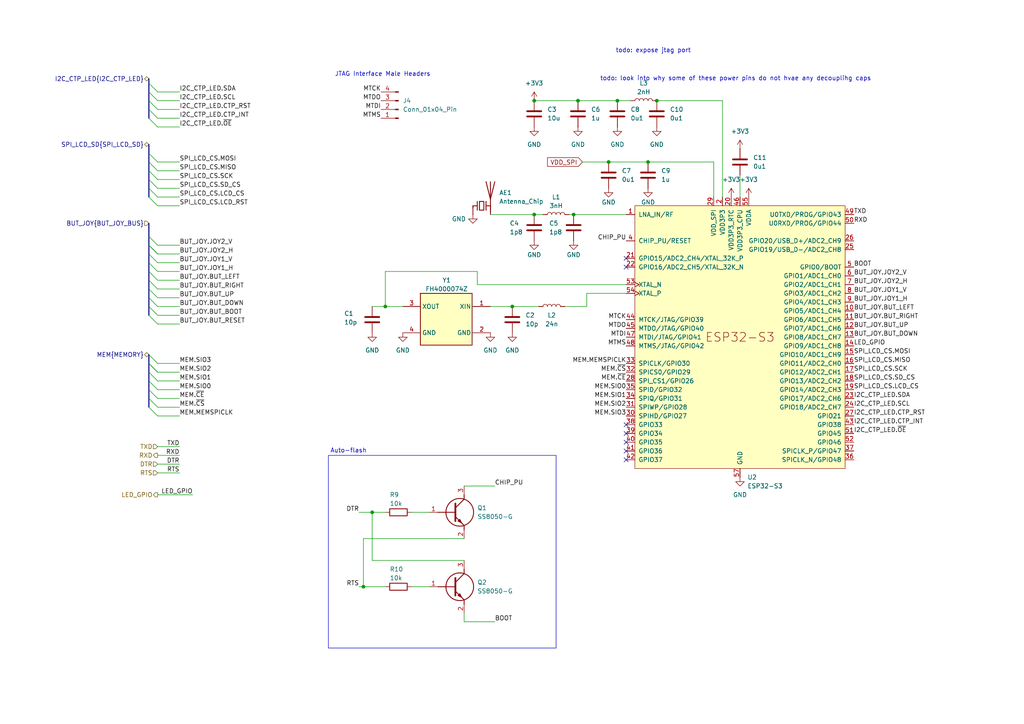
<source format=kicad_sch>
(kicad_sch
	(version 20250114)
	(generator "eeschema")
	(generator_version "9.0")
	(uuid "a3707a06-544a-4d24-b7af-4445ebcdfd54")
	(paper "A4")
	(lib_symbols
		(symbol "Connector:Conn_01x04_Pin"
			(pin_names
				(offset 1.016)
				(hide yes)
			)
			(exclude_from_sim no)
			(in_bom yes)
			(on_board yes)
			(property "Reference" "J"
				(at 0 5.08 0)
				(effects
					(font
						(size 1.27 1.27)
					)
				)
			)
			(property "Value" "Conn_01x04_Pin"
				(at 0 -7.62 0)
				(effects
					(font
						(size 1.27 1.27)
					)
				)
			)
			(property "Footprint" ""
				(at 0 0 0)
				(effects
					(font
						(size 1.27 1.27)
					)
					(hide yes)
				)
			)
			(property "Datasheet" "~"
				(at 0 0 0)
				(effects
					(font
						(size 1.27 1.27)
					)
					(hide yes)
				)
			)
			(property "Description" "Generic connector, single row, 01x04, script generated"
				(at 0 0 0)
				(effects
					(font
						(size 1.27 1.27)
					)
					(hide yes)
				)
			)
			(property "ki_locked" ""
				(at 0 0 0)
				(effects
					(font
						(size 1.27 1.27)
					)
				)
			)
			(property "ki_keywords" "connector"
				(at 0 0 0)
				(effects
					(font
						(size 1.27 1.27)
					)
					(hide yes)
				)
			)
			(property "ki_fp_filters" "Connector*:*_1x??_*"
				(at 0 0 0)
				(effects
					(font
						(size 1.27 1.27)
					)
					(hide yes)
				)
			)
			(symbol "Conn_01x04_Pin_1_1"
				(rectangle
					(start 0.8636 2.667)
					(end 0 2.413)
					(stroke
						(width 0.1524)
						(type default)
					)
					(fill
						(type outline)
					)
				)
				(rectangle
					(start 0.8636 0.127)
					(end 0 -0.127)
					(stroke
						(width 0.1524)
						(type default)
					)
					(fill
						(type outline)
					)
				)
				(rectangle
					(start 0.8636 -2.413)
					(end 0 -2.667)
					(stroke
						(width 0.1524)
						(type default)
					)
					(fill
						(type outline)
					)
				)
				(rectangle
					(start 0.8636 -4.953)
					(end 0 -5.207)
					(stroke
						(width 0.1524)
						(type default)
					)
					(fill
						(type outline)
					)
				)
				(polyline
					(pts
						(xy 1.27 2.54) (xy 0.8636 2.54)
					)
					(stroke
						(width 0.1524)
						(type default)
					)
					(fill
						(type none)
					)
				)
				(polyline
					(pts
						(xy 1.27 0) (xy 0.8636 0)
					)
					(stroke
						(width 0.1524)
						(type default)
					)
					(fill
						(type none)
					)
				)
				(polyline
					(pts
						(xy 1.27 -2.54) (xy 0.8636 -2.54)
					)
					(stroke
						(width 0.1524)
						(type default)
					)
					(fill
						(type none)
					)
				)
				(polyline
					(pts
						(xy 1.27 -5.08) (xy 0.8636 -5.08)
					)
					(stroke
						(width 0.1524)
						(type default)
					)
					(fill
						(type none)
					)
				)
				(pin passive line
					(at 5.08 2.54 180)
					(length 3.81)
					(name "Pin_1"
						(effects
							(font
								(size 1.27 1.27)
							)
						)
					)
					(number "1"
						(effects
							(font
								(size 1.27 1.27)
							)
						)
					)
				)
				(pin passive line
					(at 5.08 0 180)
					(length 3.81)
					(name "Pin_2"
						(effects
							(font
								(size 1.27 1.27)
							)
						)
					)
					(number "2"
						(effects
							(font
								(size 1.27 1.27)
							)
						)
					)
				)
				(pin passive line
					(at 5.08 -2.54 180)
					(length 3.81)
					(name "Pin_3"
						(effects
							(font
								(size 1.27 1.27)
							)
						)
					)
					(number "3"
						(effects
							(font
								(size 1.27 1.27)
							)
						)
					)
				)
				(pin passive line
					(at 5.08 -5.08 180)
					(length 3.81)
					(name "Pin_4"
						(effects
							(font
								(size 1.27 1.27)
							)
						)
					)
					(number "4"
						(effects
							(font
								(size 1.27 1.27)
							)
						)
					)
				)
			)
			(embedded_fonts no)
		)
		(symbol "Device:Antenna_Chip"
			(pin_numbers
				(hide yes)
			)
			(pin_names
				(offset 1.016)
				(hide yes)
			)
			(exclude_from_sim no)
			(in_bom yes)
			(on_board yes)
			(property "Reference" "AE"
				(at 0 5.08 0)
				(effects
					(font
						(size 1.27 1.27)
					)
					(justify right)
				)
			)
			(property "Value" "Antenna_Chip"
				(at 0 3.175 0)
				(effects
					(font
						(size 1.27 1.27)
					)
					(justify right)
				)
			)
			(property "Footprint" ""
				(at -2.54 4.445 0)
				(effects
					(font
						(size 1.27 1.27)
					)
					(hide yes)
				)
			)
			(property "Datasheet" "~"
				(at -2.54 4.445 0)
				(effects
					(font
						(size 1.27 1.27)
					)
					(hide yes)
				)
			)
			(property "Description" "Ceramic chip antenna with pin for PCB trace"
				(at 0 0 0)
				(effects
					(font
						(size 1.27 1.27)
					)
					(hide yes)
				)
			)
			(property "ki_keywords" "antenna"
				(at 0 0 0)
				(effects
					(font
						(size 1.27 1.27)
					)
					(hide yes)
				)
			)
			(symbol "Antenna_Chip_0_1"
				(polyline
					(pts
						(xy -2.54 0) (xy -2.54 -0.635)
					)
					(stroke
						(width 0.254)
						(type default)
					)
					(fill
						(type none)
					)
				)
				(polyline
					(pts
						(xy -2.54 0) (xy -1.27 0)
					)
					(stroke
						(width 0.254)
						(type default)
					)
					(fill
						(type none)
					)
				)
				(polyline
					(pts
						(xy -1.27 1.27) (xy -1.27 -1.27) (xy -1.27 0)
					)
					(stroke
						(width 0.254)
						(type default)
					)
					(fill
						(type none)
					)
				)
				(polyline
					(pts
						(xy -0.635 1.27) (xy 0.635 1.27) (xy 0.635 -1.27) (xy -0.635 -1.27) (xy -0.635 1.27)
					)
					(stroke
						(width 0.254)
						(type default)
					)
					(fill
						(type none)
					)
				)
				(polyline
					(pts
						(xy 1.27 1.27) (xy 1.27 -1.27)
					)
					(stroke
						(width 0.254)
						(type default)
					)
					(fill
						(type none)
					)
				)
				(polyline
					(pts
						(xy 1.27 0) (xy 2.54 0)
					)
					(stroke
						(width 0.254)
						(type default)
					)
					(fill
						(type none)
					)
				)
				(polyline
					(pts
						(xy 2.54 6.985) (xy 2.54 -1.905)
					)
					(stroke
						(width 0.254)
						(type default)
					)
					(fill
						(type none)
					)
				)
				(polyline
					(pts
						(xy 2.54 -0.635) (xy 2.54 0)
					)
					(stroke
						(width 0)
						(type default)
					)
					(fill
						(type none)
					)
				)
				(polyline
					(pts
						(xy 3.81 6.985) (xy 2.54 1.905) (xy 1.27 6.985)
					)
					(stroke
						(width 0.254)
						(type default)
					)
					(fill
						(type none)
					)
				)
			)
			(symbol "Antenna_Chip_1_1"
				(pin input line
					(at -2.54 -2.54 90)
					(length 2.54)
					(name "FEED"
						(effects
							(font
								(size 1.27 1.27)
							)
						)
					)
					(number "1"
						(effects
							(font
								(size 1.27 1.27)
							)
						)
					)
				)
				(pin passive line
					(at 2.54 -2.54 90)
					(length 2.54)
					(name "PCB_Trace"
						(effects
							(font
								(size 1.27 1.27)
							)
						)
					)
					(number "2"
						(effects
							(font
								(size 1.27 1.27)
							)
						)
					)
				)
			)
			(embedded_fonts no)
		)
		(symbol "Device:C"
			(pin_numbers
				(hide yes)
			)
			(pin_names
				(offset 0.254)
			)
			(exclude_from_sim no)
			(in_bom yes)
			(on_board yes)
			(property "Reference" "C"
				(at 0.635 2.54 0)
				(effects
					(font
						(size 1.27 1.27)
					)
					(justify left)
				)
			)
			(property "Value" "C"
				(at 0.635 -2.54 0)
				(effects
					(font
						(size 1.27 1.27)
					)
					(justify left)
				)
			)
			(property "Footprint" ""
				(at 0.9652 -3.81 0)
				(effects
					(font
						(size 1.27 1.27)
					)
					(hide yes)
				)
			)
			(property "Datasheet" "~"
				(at 0 0 0)
				(effects
					(font
						(size 1.27 1.27)
					)
					(hide yes)
				)
			)
			(property "Description" "Unpolarized capacitor"
				(at 0 0 0)
				(effects
					(font
						(size 1.27 1.27)
					)
					(hide yes)
				)
			)
			(property "ki_keywords" "cap capacitor"
				(at 0 0 0)
				(effects
					(font
						(size 1.27 1.27)
					)
					(hide yes)
				)
			)
			(property "ki_fp_filters" "C_*"
				(at 0 0 0)
				(effects
					(font
						(size 1.27 1.27)
					)
					(hide yes)
				)
			)
			(symbol "C_0_1"
				(polyline
					(pts
						(xy -2.032 0.762) (xy 2.032 0.762)
					)
					(stroke
						(width 0.508)
						(type default)
					)
					(fill
						(type none)
					)
				)
				(polyline
					(pts
						(xy -2.032 -0.762) (xy 2.032 -0.762)
					)
					(stroke
						(width 0.508)
						(type default)
					)
					(fill
						(type none)
					)
				)
			)
			(symbol "C_1_1"
				(pin passive line
					(at 0 3.81 270)
					(length 2.794)
					(name "~"
						(effects
							(font
								(size 1.27 1.27)
							)
						)
					)
					(number "1"
						(effects
							(font
								(size 1.27 1.27)
							)
						)
					)
				)
				(pin passive line
					(at 0 -3.81 90)
					(length 2.794)
					(name "~"
						(effects
							(font
								(size 1.27 1.27)
							)
						)
					)
					(number "2"
						(effects
							(font
								(size 1.27 1.27)
							)
						)
					)
				)
			)
			(embedded_fonts no)
		)
		(symbol "Device:L"
			(pin_numbers
				(hide yes)
			)
			(pin_names
				(offset 1.016)
				(hide yes)
			)
			(exclude_from_sim no)
			(in_bom yes)
			(on_board yes)
			(property "Reference" "L"
				(at -1.27 0 90)
				(effects
					(font
						(size 1.27 1.27)
					)
				)
			)
			(property "Value" "L"
				(at 1.905 0 90)
				(effects
					(font
						(size 1.27 1.27)
					)
				)
			)
			(property "Footprint" ""
				(at 0 0 0)
				(effects
					(font
						(size 1.27 1.27)
					)
					(hide yes)
				)
			)
			(property "Datasheet" "~"
				(at 0 0 0)
				(effects
					(font
						(size 1.27 1.27)
					)
					(hide yes)
				)
			)
			(property "Description" "Inductor"
				(at 0 0 0)
				(effects
					(font
						(size 1.27 1.27)
					)
					(hide yes)
				)
			)
			(property "ki_keywords" "inductor choke coil reactor magnetic"
				(at 0 0 0)
				(effects
					(font
						(size 1.27 1.27)
					)
					(hide yes)
				)
			)
			(property "ki_fp_filters" "Choke_* *Coil* Inductor_* L_*"
				(at 0 0 0)
				(effects
					(font
						(size 1.27 1.27)
					)
					(hide yes)
				)
			)
			(symbol "L_0_1"
				(arc
					(start 0 2.54)
					(mid 0.6323 1.905)
					(end 0 1.27)
					(stroke
						(width 0)
						(type default)
					)
					(fill
						(type none)
					)
				)
				(arc
					(start 0 1.27)
					(mid 0.6323 0.635)
					(end 0 0)
					(stroke
						(width 0)
						(type default)
					)
					(fill
						(type none)
					)
				)
				(arc
					(start 0 0)
					(mid 0.6323 -0.635)
					(end 0 -1.27)
					(stroke
						(width 0)
						(type default)
					)
					(fill
						(type none)
					)
				)
				(arc
					(start 0 -1.27)
					(mid 0.6323 -1.905)
					(end 0 -2.54)
					(stroke
						(width 0)
						(type default)
					)
					(fill
						(type none)
					)
				)
			)
			(symbol "L_1_1"
				(pin passive line
					(at 0 3.81 270)
					(length 1.27)
					(name "1"
						(effects
							(font
								(size 1.27 1.27)
							)
						)
					)
					(number "1"
						(effects
							(font
								(size 1.27 1.27)
							)
						)
					)
				)
				(pin passive line
					(at 0 -3.81 90)
					(length 1.27)
					(name "2"
						(effects
							(font
								(size 1.27 1.27)
							)
						)
					)
					(number "2"
						(effects
							(font
								(size 1.27 1.27)
							)
						)
					)
				)
			)
			(embedded_fonts no)
		)
		(symbol "Device:R"
			(pin_numbers
				(hide yes)
			)
			(pin_names
				(offset 0)
			)
			(exclude_from_sim no)
			(in_bom yes)
			(on_board yes)
			(property "Reference" "R"
				(at 2.032 0 90)
				(effects
					(font
						(size 1.27 1.27)
					)
				)
			)
			(property "Value" "R"
				(at 0 0 90)
				(effects
					(font
						(size 1.27 1.27)
					)
				)
			)
			(property "Footprint" ""
				(at -1.778 0 90)
				(effects
					(font
						(size 1.27 1.27)
					)
					(hide yes)
				)
			)
			(property "Datasheet" "~"
				(at 0 0 0)
				(effects
					(font
						(size 1.27 1.27)
					)
					(hide yes)
				)
			)
			(property "Description" "Resistor"
				(at 0 0 0)
				(effects
					(font
						(size 1.27 1.27)
					)
					(hide yes)
				)
			)
			(property "ki_keywords" "R res resistor"
				(at 0 0 0)
				(effects
					(font
						(size 1.27 1.27)
					)
					(hide yes)
				)
			)
			(property "ki_fp_filters" "R_*"
				(at 0 0 0)
				(effects
					(font
						(size 1.27 1.27)
					)
					(hide yes)
				)
			)
			(symbol "R_0_1"
				(rectangle
					(start -1.016 -2.54)
					(end 1.016 2.54)
					(stroke
						(width 0.254)
						(type default)
					)
					(fill
						(type none)
					)
				)
			)
			(symbol "R_1_1"
				(pin passive line
					(at 0 3.81 270)
					(length 1.27)
					(name "~"
						(effects
							(font
								(size 1.27 1.27)
							)
						)
					)
					(number "1"
						(effects
							(font
								(size 1.27 1.27)
							)
						)
					)
				)
				(pin passive line
					(at 0 -3.81 90)
					(length 1.27)
					(name "~"
						(effects
							(font
								(size 1.27 1.27)
							)
						)
					)
					(number "2"
						(effects
							(font
								(size 1.27 1.27)
							)
						)
					)
				)
			)
			(embedded_fonts no)
		)
		(symbol "SamacSys_Parts:ESP32-S3"
			(pin_names
				(offset 1.016)
			)
			(exclude_from_sim no)
			(in_bom yes)
			(on_board yes)
			(property "Reference" "U2"
				(at 2.1433 -40.64 0)
				(effects
					(font
						(size 1.27 1.27)
					)
					(justify left)
				)
			)
			(property "Value" "ESP32-S3"
				(at 2.1433 -43.18 0)
				(effects
					(font
						(size 1.27 1.27)
					)
					(justify left)
				)
			)
			(property "Footprint" "Package_DFN_QFN:QFN-56-1EP_7x7mm_P0.4mm_EP5.6x5.6mm"
				(at 0 -48.26 0)
				(effects
					(font
						(size 1.27 1.27)
					)
					(hide yes)
				)
			)
			(property "Datasheet" "https://www.espressif.com/sites/default/files/documentation/esp32-s3_datasheet_en.pdf"
				(at 0 -50.8 0)
				(effects
					(font
						(size 1.27 1.27)
					)
					(hide yes)
				)
			)
			(property "Description" "ESP32-S3 is a low-power MCU-based system-on-chip (SoC) that supports 2.4 GHz Wi-Fi and Bluetooth® Low Energy (Bluetooth LE). It consists of high-performance dual-core microprocessor (Xtensa® 32-bit LX7), a low power coprocessor, a Wi-Fi baseband, a Bluetooth LE baseband, RF module, and peripherals."
				(at 0 0 0)
				(effects
					(font
						(size 1.27 1.27)
					)
					(hide yes)
				)
			)
			(property "Mouser Part Number" "356-ESP32-S3"
				(at 0 0 0)
				(effects
					(font
						(size 1.27 1.27)
					)
					(hide yes)
				)
			)
			(property "Mouser Price/Stock" "https://www.mouser.co.uk/ProductDetail/Espressif-Systems/ESP32-S3?qs=Rp5uXu7WBW%2FNWuUy%252BBihNw%3D%3D"
				(at 0 0 0)
				(effects
					(font
						(size 1.27 1.27)
					)
					(hide yes)
				)
			)
			(property "Manufacturer_Part_Number" "ESP32-S3"
				(at 0 0 0)
				(effects
					(font
						(size 1.27 1.27)
					)
					(hide yes)
				)
			)
			(symbol "ESP32-S3_0_0"
				(text "ESP32-S3"
					(at 0 0 0)
					(effects
						(font
							(size 2.54 2.54)
						)
					)
				)
				(pin bidirectional line
					(at 33.02 -33.02 180)
					(length 2.54)
					(name "SPICLK_P/GPIO47"
						(effects
							(font
								(size 1.27 1.27)
							)
						)
					)
					(number "37"
						(effects
							(font
								(size 1.27 1.27)
							)
						)
					)
				)
				(pin bidirectional line
					(at 33.02 -35.56 180)
					(length 2.54)
					(name "SPICLK_N/GPIO48"
						(effects
							(font
								(size 1.27 1.27)
							)
						)
					)
					(number "36"
						(effects
							(font
								(size 1.27 1.27)
							)
						)
					)
				)
			)
			(symbol "ESP32-S3_0_1"
				(rectangle
					(start -30.48 38.1)
					(end 30.48 -38.1)
					(stroke
						(width 0)
						(type default)
					)
					(fill
						(type background)
					)
				)
			)
			(symbol "ESP32-S3_1_1"
				(pin bidirectional line
					(at -33.02 35.56 0)
					(length 2.54)
					(name "LNA_IN/RF"
						(effects
							(font
								(size 1.27 1.27)
							)
						)
					)
					(number "1"
						(effects
							(font
								(size 1.27 1.27)
							)
						)
					)
				)
				(pin input line
					(at -33.02 27.94 0)
					(length 2.54)
					(name "CHIP_PU/RESET"
						(effects
							(font
								(size 1.27 1.27)
							)
						)
					)
					(number "4"
						(effects
							(font
								(size 1.27 1.27)
							)
						)
					)
				)
				(pin bidirectional line
					(at -33.02 22.86 0)
					(length 2.54)
					(name "GPIO15/ADC2_CH4/XTAL_32K_P"
						(effects
							(font
								(size 1.27 1.27)
							)
						)
					)
					(number "21"
						(effects
							(font
								(size 1.27 1.27)
							)
						)
					)
				)
				(pin bidirectional line
					(at -33.02 20.32 0)
					(length 2.54)
					(name "GPIO16/ADC2_CH5/XTAL_32K_N"
						(effects
							(font
								(size 1.27 1.27)
							)
						)
					)
					(number "22"
						(effects
							(font
								(size 1.27 1.27)
							)
						)
					)
				)
				(pin input clock
					(at -33.02 15.24 0)
					(length 2.54)
					(name "XTAL_N"
						(effects
							(font
								(size 1.27 1.27)
							)
						)
					)
					(number "53"
						(effects
							(font
								(size 1.27 1.27)
							)
						)
					)
				)
				(pin output clock
					(at -33.02 12.7 0)
					(length 2.54)
					(name "XTAL_P"
						(effects
							(font
								(size 1.27 1.27)
							)
						)
					)
					(number "54"
						(effects
							(font
								(size 1.27 1.27)
							)
						)
					)
				)
				(pin bidirectional line
					(at -33.02 5.08 0)
					(length 2.54)
					(name "MTCK/JTAG/GPIO39"
						(effects
							(font
								(size 1.27 1.27)
							)
						)
					)
					(number "44"
						(effects
							(font
								(size 1.27 1.27)
							)
						)
					)
				)
				(pin bidirectional line
					(at -33.02 2.54 0)
					(length 2.54)
					(name "MTDO/JTAG/GPIO40"
						(effects
							(font
								(size 1.27 1.27)
							)
						)
					)
					(number "45"
						(effects
							(font
								(size 1.27 1.27)
							)
						)
					)
				)
				(pin bidirectional line
					(at -33.02 0 0)
					(length 2.54)
					(name "MTDI/JTAG/GPIO41"
						(effects
							(font
								(size 1.27 1.27)
							)
						)
					)
					(number "47"
						(effects
							(font
								(size 1.27 1.27)
							)
						)
					)
				)
				(pin bidirectional line
					(at -33.02 -2.54 0)
					(length 2.54)
					(name "MTMS/JTAG/GPIO42"
						(effects
							(font
								(size 1.27 1.27)
							)
						)
					)
					(number "48"
						(effects
							(font
								(size 1.27 1.27)
							)
						)
					)
				)
				(pin bidirectional line
					(at -33.02 -7.62 0)
					(length 2.54)
					(name "SPICLK/GPIO30"
						(effects
							(font
								(size 1.27 1.27)
							)
						)
					)
					(number "33"
						(effects
							(font
								(size 1.27 1.27)
							)
						)
					)
				)
				(pin bidirectional line
					(at -33.02 -10.16 0)
					(length 2.54)
					(name "SPICS0/GPIO29"
						(effects
							(font
								(size 1.27 1.27)
							)
						)
					)
					(number "32"
						(effects
							(font
								(size 1.27 1.27)
							)
						)
					)
				)
				(pin bidirectional line
					(at -33.02 -12.7 0)
					(length 2.54)
					(name "SPI_CS1/GPIO26"
						(effects
							(font
								(size 1.27 1.27)
							)
						)
					)
					(number "28"
						(effects
							(font
								(size 1.27 1.27)
							)
						)
					)
				)
				(pin bidirectional line
					(at -33.02 -15.24 0)
					(length 2.54)
					(name "SPID/GPIO32"
						(effects
							(font
								(size 1.27 1.27)
							)
						)
					)
					(number "35"
						(effects
							(font
								(size 1.27 1.27)
							)
						)
					)
				)
				(pin bidirectional line
					(at -33.02 -17.78 0)
					(length 2.54)
					(name "SPIQ/GPIO31"
						(effects
							(font
								(size 1.27 1.27)
							)
						)
					)
					(number "34"
						(effects
							(font
								(size 1.27 1.27)
							)
						)
					)
				)
				(pin bidirectional line
					(at -33.02 -20.32 0)
					(length 2.54)
					(name "SPIWP/GPIO28"
						(effects
							(font
								(size 1.27 1.27)
							)
						)
					)
					(number "31"
						(effects
							(font
								(size 1.27 1.27)
							)
						)
					)
				)
				(pin bidirectional line
					(at -33.02 -22.86 0)
					(length 2.54)
					(name "SPIHD/GPIO27"
						(effects
							(font
								(size 1.27 1.27)
							)
						)
					)
					(number "30"
						(effects
							(font
								(size 1.27 1.27)
							)
						)
					)
				)
				(pin bidirectional line
					(at -33.02 -25.4 0)
					(length 2.54)
					(name "GPIO33"
						(effects
							(font
								(size 1.27 1.27)
							)
						)
					)
					(number "38"
						(effects
							(font
								(size 1.27 1.27)
							)
						)
					)
				)
				(pin bidirectional line
					(at -33.02 -27.94 0)
					(length 2.54)
					(name "GPIO34"
						(effects
							(font
								(size 1.27 1.27)
							)
						)
					)
					(number "39"
						(effects
							(font
								(size 1.27 1.27)
							)
						)
					)
				)
				(pin bidirectional line
					(at -33.02 -30.48 0)
					(length 2.54)
					(name "GPIO35"
						(effects
							(font
								(size 1.27 1.27)
							)
						)
					)
					(number "40"
						(effects
							(font
								(size 1.27 1.27)
							)
						)
					)
				)
				(pin bidirectional line
					(at -33.02 -33.02 0)
					(length 2.54)
					(name "GPIO36"
						(effects
							(font
								(size 1.27 1.27)
							)
						)
					)
					(number "41"
						(effects
							(font
								(size 1.27 1.27)
							)
						)
					)
				)
				(pin bidirectional line
					(at -33.02 -35.56 0)
					(length 2.54)
					(name "GPIO37"
						(effects
							(font
								(size 1.27 1.27)
							)
						)
					)
					(number "42"
						(effects
							(font
								(size 1.27 1.27)
							)
						)
					)
				)
				(pin power_out line
					(at -7.62 40.64 270)
					(length 2.54)
					(name "VDD_SPI"
						(effects
							(font
								(size 1.27 1.27)
							)
						)
					)
					(number "29"
						(effects
							(font
								(size 1.27 1.27)
							)
						)
					)
				)
				(pin power_in line
					(at -5.08 40.64 270)
					(length 2.54)
					(name "VDD3P3"
						(effects
							(font
								(size 1.27 1.27)
							)
						)
					)
					(number "2"
						(effects
							(font
								(size 1.27 1.27)
							)
						)
					)
				)
				(pin power_in line
					(at -5.08 40.64 270)
					(length 2.54)
					(hide yes)
					(name "VDD3P3"
						(effects
							(font
								(size 1.27 1.27)
							)
						)
					)
					(number "3"
						(effects
							(font
								(size 1.27 1.27)
							)
						)
					)
				)
				(pin power_in line
					(at -2.54 40.64 270)
					(length 2.54)
					(name "VDD3P3_RTC"
						(effects
							(font
								(size 1.27 1.27)
							)
						)
					)
					(number "20"
						(effects
							(font
								(size 1.27 1.27)
							)
						)
					)
				)
				(pin power_in line
					(at 0 40.64 270)
					(length 2.54)
					(name "VDD3P3_CPU"
						(effects
							(font
								(size 1.27 1.27)
							)
						)
					)
					(number "46"
						(effects
							(font
								(size 1.27 1.27)
							)
						)
					)
				)
				(pin power_in line
					(at 0 -40.64 90)
					(length 2.54)
					(name "GND"
						(effects
							(font
								(size 1.27 1.27)
							)
						)
					)
					(number "57"
						(effects
							(font
								(size 1.27 1.27)
							)
						)
					)
				)
				(pin power_in line
					(at 2.54 40.64 270)
					(length 2.54)
					(name "VDDA"
						(effects
							(font
								(size 1.27 1.27)
							)
						)
					)
					(number "55"
						(effects
							(font
								(size 1.27 1.27)
							)
						)
					)
				)
				(pin passive line
					(at 2.54 40.64 270)
					(length 2.54)
					(hide yes)
					(name "VDDA"
						(effects
							(font
								(size 1.27 1.27)
							)
						)
					)
					(number "56"
						(effects
							(font
								(size 1.27 1.27)
							)
						)
					)
				)
				(pin bidirectional line
					(at 33.02 35.56 180)
					(length 2.54)
					(name "U0TXD/PROG/GPIO43"
						(effects
							(font
								(size 1.27 1.27)
							)
						)
					)
					(number "49"
						(effects
							(font
								(size 1.27 1.27)
							)
						)
					)
				)
				(pin bidirectional line
					(at 33.02 33.02 180)
					(length 2.54)
					(name "U0RXD/PROG/GPIO44"
						(effects
							(font
								(size 1.27 1.27)
							)
						)
					)
					(number "50"
						(effects
							(font
								(size 1.27 1.27)
							)
						)
					)
				)
				(pin bidirectional line
					(at 33.02 27.94 180)
					(length 2.54)
					(name "GPIO20/USB_D+/ADC2_CH9"
						(effects
							(font
								(size 1.27 1.27)
							)
						)
					)
					(number "26"
						(effects
							(font
								(size 1.27 1.27)
							)
						)
					)
				)
				(pin bidirectional line
					(at 33.02 25.4 180)
					(length 2.54)
					(name "GPIO19/USB_D-/ADC2_CH8"
						(effects
							(font
								(size 1.27 1.27)
							)
						)
					)
					(number "25"
						(effects
							(font
								(size 1.27 1.27)
							)
						)
					)
				)
				(pin bidirectional line
					(at 33.02 20.32 180)
					(length 2.54)
					(name "GPIO0/BOOT"
						(effects
							(font
								(size 1.27 1.27)
							)
						)
					)
					(number "5"
						(effects
							(font
								(size 1.27 1.27)
							)
						)
					)
				)
				(pin bidirectional line
					(at 33.02 17.78 180)
					(length 2.54)
					(name "GPIO1/ADC1_CH0"
						(effects
							(font
								(size 1.27 1.27)
							)
						)
					)
					(number "6"
						(effects
							(font
								(size 1.27 1.27)
							)
						)
					)
				)
				(pin bidirectional line
					(at 33.02 15.24 180)
					(length 2.54)
					(name "GPIO2/ADC1_CH1"
						(effects
							(font
								(size 1.27 1.27)
							)
						)
					)
					(number "7"
						(effects
							(font
								(size 1.27 1.27)
							)
						)
					)
				)
				(pin bidirectional line
					(at 33.02 12.7 180)
					(length 2.54)
					(name "GPIO3/ADC1_CH2"
						(effects
							(font
								(size 1.27 1.27)
							)
						)
					)
					(number "8"
						(effects
							(font
								(size 1.27 1.27)
							)
						)
					)
				)
				(pin bidirectional line
					(at 33.02 10.16 180)
					(length 2.54)
					(name "GPIO4/ADC1_CH3"
						(effects
							(font
								(size 1.27 1.27)
							)
						)
					)
					(number "9"
						(effects
							(font
								(size 1.27 1.27)
							)
						)
					)
				)
				(pin bidirectional line
					(at 33.02 7.62 180)
					(length 2.54)
					(name "GPIO5/ADC1_CH4"
						(effects
							(font
								(size 1.27 1.27)
							)
						)
					)
					(number "10"
						(effects
							(font
								(size 1.27 1.27)
							)
						)
					)
				)
				(pin bidirectional line
					(at 33.02 5.08 180)
					(length 2.54)
					(name "GPIO6/ADC1_CH5"
						(effects
							(font
								(size 1.27 1.27)
							)
						)
					)
					(number "11"
						(effects
							(font
								(size 1.27 1.27)
							)
						)
					)
				)
				(pin bidirectional line
					(at 33.02 2.54 180)
					(length 2.54)
					(name "GPIO7/ADC1_CH6"
						(effects
							(font
								(size 1.27 1.27)
							)
						)
					)
					(number "12"
						(effects
							(font
								(size 1.27 1.27)
							)
						)
					)
				)
				(pin bidirectional line
					(at 33.02 0 180)
					(length 2.54)
					(name "GPIO8/ADC1_CH7"
						(effects
							(font
								(size 1.27 1.27)
							)
						)
					)
					(number "13"
						(effects
							(font
								(size 1.27 1.27)
							)
						)
					)
				)
				(pin bidirectional line
					(at 33.02 -2.54 180)
					(length 2.54)
					(name "GPIO9/ADC1_CH8"
						(effects
							(font
								(size 1.27 1.27)
							)
						)
					)
					(number "14"
						(effects
							(font
								(size 1.27 1.27)
							)
						)
					)
				)
				(pin bidirectional line
					(at 33.02 -5.08 180)
					(length 2.54)
					(name "GPIO10/ADC1_CH9"
						(effects
							(font
								(size 1.27 1.27)
							)
						)
					)
					(number "15"
						(effects
							(font
								(size 1.27 1.27)
							)
						)
					)
				)
				(pin bidirectional line
					(at 33.02 -7.62 180)
					(length 2.54)
					(name "GPIO11/ADC2_CH0"
						(effects
							(font
								(size 1.27 1.27)
							)
						)
					)
					(number "16"
						(effects
							(font
								(size 1.27 1.27)
							)
						)
					)
				)
				(pin bidirectional line
					(at 33.02 -10.16 180)
					(length 2.54)
					(name "GPIO12/ADC2_CH1"
						(effects
							(font
								(size 1.27 1.27)
							)
						)
					)
					(number "17"
						(effects
							(font
								(size 1.27 1.27)
							)
						)
					)
				)
				(pin bidirectional line
					(at 33.02 -12.7 180)
					(length 2.54)
					(name "GPIO13/ADC2_CH2"
						(effects
							(font
								(size 1.27 1.27)
							)
						)
					)
					(number "18"
						(effects
							(font
								(size 1.27 1.27)
							)
						)
					)
				)
				(pin bidirectional line
					(at 33.02 -15.24 180)
					(length 2.54)
					(name "GPIO14/ADC2_CH3"
						(effects
							(font
								(size 1.27 1.27)
							)
						)
					)
					(number "19"
						(effects
							(font
								(size 1.27 1.27)
							)
						)
					)
				)
				(pin bidirectional line
					(at 33.02 -17.78 180)
					(length 2.54)
					(name "GPIO17/ADC2_CH6"
						(effects
							(font
								(size 1.27 1.27)
							)
						)
					)
					(number "23"
						(effects
							(font
								(size 1.27 1.27)
							)
						)
					)
				)
				(pin bidirectional line
					(at 33.02 -20.32 180)
					(length 2.54)
					(name "GPIO18/ADC2_CH7"
						(effects
							(font
								(size 1.27 1.27)
							)
						)
					)
					(number "24"
						(effects
							(font
								(size 1.27 1.27)
							)
						)
					)
				)
				(pin bidirectional line
					(at 33.02 -22.86 180)
					(length 2.54)
					(name "GPIO21"
						(effects
							(font
								(size 1.27 1.27)
							)
						)
					)
					(number "27"
						(effects
							(font
								(size 1.27 1.27)
							)
						)
					)
				)
				(pin bidirectional line
					(at 33.02 -25.4 180)
					(length 2.54)
					(name "GPIO38"
						(effects
							(font
								(size 1.27 1.27)
							)
						)
					)
					(number "43"
						(effects
							(font
								(size 1.27 1.27)
							)
						)
					)
				)
				(pin bidirectional line
					(at 33.02 -27.94 180)
					(length 2.54)
					(name "GPIO45"
						(effects
							(font
								(size 1.27 1.27)
							)
						)
					)
					(number "51"
						(effects
							(font
								(size 1.27 1.27)
							)
						)
					)
				)
				(pin bidirectional line
					(at 33.02 -30.48 180)
					(length 2.54)
					(name "GPIO46"
						(effects
							(font
								(size 1.27 1.27)
							)
						)
					)
					(number "52"
						(effects
							(font
								(size 1.27 1.27)
							)
						)
					)
				)
			)
			(embedded_fonts no)
		)
		(symbol "SamacSys_Parts:FH4000074Z"
			(exclude_from_sim no)
			(in_bom yes)
			(on_board yes)
			(property "Reference" "Y"
				(at 3.556 7.62 0)
				(effects
					(font
						(size 1.27 1.27)
					)
					(justify left top)
				)
			)
			(property "Value" "FH4000074Z"
				(at 3.556 5.08 0)
				(effects
					(font
						(size 1.27 1.27)
					)
					(justify left top)
				)
			)
			(property "Footprint" "FH4000074Z"
				(at 36.83 -94.996 0)
				(effects
					(font
						(size 1.27 1.27)
					)
					(justify left top)
					(hide yes)
				)
			)
			(property "Datasheet" ""
				(at 36.83 -194.818 0)
				(effects
					(font
						(size 1.27 1.27)
					)
					(justify left top)
					(hide yes)
				)
			)
			(property "Description" "Crystals 40.000MHz 8pF 10ppm -30 to +85"
				(at -2.54 0 0)
				(effects
					(font
						(size 1.27 1.27)
					)
					(hide yes)
				)
			)
			(property "Height" "0.7"
				(at 36.83 -394.97 0)
				(effects
					(font
						(size 1.27 1.27)
					)
					(justify left top)
					(hide yes)
				)
			)
			(property "Mouser Part Number" "729-FH4000074Z"
				(at 36.83 -495.046 0)
				(effects
					(font
						(size 1.27 1.27)
					)
					(justify left top)
					(hide yes)
				)
			)
			(property "Mouser Price/Stock" "https://www.mouser.co.uk/ProductDetail/Diodes-Incorporated/FH4000074Z?qs=Rp3RbKSfAt0iJsXeLyNOeg%3D%3D"
				(at 36.83 -594.868 0)
				(effects
					(font
						(size 1.27 1.27)
					)
					(justify left top)
					(hide yes)
				)
			)
			(property "Manufacturer_Name" "Diodes Incorporated"
				(at 36.83 -694.944 0)
				(effects
					(font
						(size 1.27 1.27)
					)
					(justify left top)
					(hide yes)
				)
			)
			(property "Manufacturer_Part_Number" "FH4000074Z"
				(at 36.83 -795.02 0)
				(effects
					(font
						(size 1.27 1.27)
					)
					(justify left top)
					(hide yes)
				)
			)
			(symbol "FH4000074Z_1_1"
				(rectangle
					(start 0 0)
					(end 15 -15)
					(stroke
						(width 0.254)
						(type default)
					)
					(fill
						(type background)
					)
				)
				(pin passive line
					(at -5.08 -3.81 0)
					(length 5.08)
					(name "XOUT"
						(effects
							(font
								(size 1.27 1.27)
							)
						)
					)
					(number "3"
						(effects
							(font
								(size 1.27 1.27)
							)
						)
					)
				)
				(pin passive line
					(at -5.08 -11.43 0)
					(length 5.08)
					(name "GND"
						(effects
							(font
								(size 1.27 1.27)
							)
						)
					)
					(number "4"
						(effects
							(font
								(size 1.27 1.27)
							)
						)
					)
				)
				(pin passive line
					(at 20.32 -3.81 180)
					(length 5.08)
					(name "XIN"
						(effects
							(font
								(size 1.27 1.27)
							)
						)
					)
					(number "1"
						(effects
							(font
								(size 1.27 1.27)
							)
						)
					)
				)
				(pin passive line
					(at 20.32 -11.43 180)
					(length 5.08)
					(name "GND"
						(effects
							(font
								(size 1.27 1.27)
							)
						)
					)
					(number "2"
						(effects
							(font
								(size 1.27 1.27)
							)
						)
					)
				)
			)
			(embedded_fonts no)
		)
		(symbol "SamacSys_Parts:SS8050-G"
			(pin_names
				(hide yes)
			)
			(exclude_from_sim no)
			(in_bom yes)
			(on_board yes)
			(property "Reference" "Q"
				(at 13.97 1.27 0)
				(effects
					(font
						(size 1.27 1.27)
					)
					(justify left top)
				)
			)
			(property "Value" "SS8050-G"
				(at 13.97 -1.27 0)
				(effects
					(font
						(size 1.27 1.27)
					)
					(justify left top)
				)
			)
			(property "Footprint" "SOT95P240X115-3N"
				(at 13.97 -101.27 0)
				(effects
					(font
						(size 1.27 1.27)
					)
					(justify left top)
					(hide yes)
				)
			)
			(property "Datasheet" "https://datasheet.datasheetarchive.com/originals/distributors/DKDS-12/229454.pdf"
				(at 13.97 -201.27 0)
				(effects
					(font
						(size 1.27 1.27)
					)
					(justify left top)
					(hide yes)
				)
			)
			(property "Description" "Bipolar Transistors - BJT NPN TRANSISTOR 1.5A 40V"
				(at 0 0 0)
				(effects
					(font
						(size 1.27 1.27)
					)
					(hide yes)
				)
			)
			(property "Height" "1.15"
				(at 13.97 -401.27 0)
				(effects
					(font
						(size 1.27 1.27)
					)
					(justify left top)
					(hide yes)
				)
			)
			(property "Mouser Part Number" "750-SS8050-G"
				(at 13.97 -501.27 0)
				(effects
					(font
						(size 1.27 1.27)
					)
					(justify left top)
					(hide yes)
				)
			)
			(property "Mouser Price/Stock" "https://www.mouser.co.uk/ProductDetail/Comchip-Technology/SS8050-G?qs=LLUE9lz1YbcHg%252BWLMAtcrQ%3D%3D"
				(at 13.97 -601.27 0)
				(effects
					(font
						(size 1.27 1.27)
					)
					(justify left top)
					(hide yes)
				)
			)
			(property "Manufacturer_Name" "Comchip Technology"
				(at 13.97 -701.27 0)
				(effects
					(font
						(size 1.27 1.27)
					)
					(justify left top)
					(hide yes)
				)
			)
			(property "Manufacturer_Part_Number" "SS8050-G"
				(at 13.97 -801.27 0)
				(effects
					(font
						(size 1.27 1.27)
					)
					(justify left top)
					(hide yes)
				)
			)
			(symbol "SS8050-G_1_1"
				(polyline
					(pts
						(xy 2.54 0) (xy 7.62 0)
					)
					(stroke
						(width 0.254)
						(type default)
					)
					(fill
						(type none)
					)
				)
				(polyline
					(pts
						(xy 7.62 2.54) (xy 7.62 -2.54)
					)
					(stroke
						(width 0.508)
						(type default)
					)
					(fill
						(type none)
					)
				)
				(polyline
					(pts
						(xy 7.62 1.27) (xy 10.16 3.81)
					)
					(stroke
						(width 0.254)
						(type default)
					)
					(fill
						(type none)
					)
				)
				(polyline
					(pts
						(xy 7.62 -1.27) (xy 10.16 -3.81)
					)
					(stroke
						(width 0.254)
						(type default)
					)
					(fill
						(type none)
					)
				)
				(polyline
					(pts
						(xy 8.382 -2.54) (xy 8.89 -2.032) (xy 9.398 -3.048) (xy 8.382 -2.54)
					)
					(stroke
						(width 0.254)
						(type default)
					)
					(fill
						(type outline)
					)
				)
				(circle
					(center 8.89 0)
					(radius 4.016)
					(stroke
						(width 0.254)
						(type default)
					)
					(fill
						(type none)
					)
				)
				(polyline
					(pts
						(xy 10.16 3.81) (xy 10.16 5.08)
					)
					(stroke
						(width 0.254)
						(type default)
					)
					(fill
						(type none)
					)
				)
				(polyline
					(pts
						(xy 10.16 -3.81) (xy 10.16 -5.08)
					)
					(stroke
						(width 0.254)
						(type default)
					)
					(fill
						(type none)
					)
				)
				(pin passive line
					(at 0 0 0)
					(length 2.54)
					(name "B"
						(effects
							(font
								(size 1.27 1.27)
							)
						)
					)
					(number "1"
						(effects
							(font
								(size 1.27 1.27)
							)
						)
					)
				)
				(pin passive line
					(at 10.16 7.62 270)
					(length 2.54)
					(name "C"
						(effects
							(font
								(size 1.27 1.27)
							)
						)
					)
					(number "3"
						(effects
							(font
								(size 1.27 1.27)
							)
						)
					)
				)
				(pin passive line
					(at 10.16 -7.62 90)
					(length 2.54)
					(name "E"
						(effects
							(font
								(size 1.27 1.27)
							)
						)
					)
					(number "2"
						(effects
							(font
								(size 1.27 1.27)
							)
						)
					)
				)
			)
			(embedded_fonts no)
		)
		(symbol "power:+3V3"
			(power)
			(pin_numbers
				(hide yes)
			)
			(pin_names
				(offset 0)
				(hide yes)
			)
			(exclude_from_sim no)
			(in_bom yes)
			(on_board yes)
			(property "Reference" "#PWR"
				(at 0 -3.81 0)
				(effects
					(font
						(size 1.27 1.27)
					)
					(hide yes)
				)
			)
			(property "Value" "+3V3"
				(at 0 3.556 0)
				(effects
					(font
						(size 1.27 1.27)
					)
				)
			)
			(property "Footprint" ""
				(at 0 0 0)
				(effects
					(font
						(size 1.27 1.27)
					)
					(hide yes)
				)
			)
			(property "Datasheet" ""
				(at 0 0 0)
				(effects
					(font
						(size 1.27 1.27)
					)
					(hide yes)
				)
			)
			(property "Description" "Power symbol creates a global label with name \"+3V3\""
				(at 0 0 0)
				(effects
					(font
						(size 1.27 1.27)
					)
					(hide yes)
				)
			)
			(property "ki_keywords" "global power"
				(at 0 0 0)
				(effects
					(font
						(size 1.27 1.27)
					)
					(hide yes)
				)
			)
			(symbol "+3V3_0_1"
				(polyline
					(pts
						(xy -0.762 1.27) (xy 0 2.54)
					)
					(stroke
						(width 0)
						(type default)
					)
					(fill
						(type none)
					)
				)
				(polyline
					(pts
						(xy 0 2.54) (xy 0.762 1.27)
					)
					(stroke
						(width 0)
						(type default)
					)
					(fill
						(type none)
					)
				)
				(polyline
					(pts
						(xy 0 0) (xy 0 2.54)
					)
					(stroke
						(width 0)
						(type default)
					)
					(fill
						(type none)
					)
				)
			)
			(symbol "+3V3_1_1"
				(pin power_in line
					(at 0 0 90)
					(length 0)
					(name "~"
						(effects
							(font
								(size 1.27 1.27)
							)
						)
					)
					(number "1"
						(effects
							(font
								(size 1.27 1.27)
							)
						)
					)
				)
			)
			(embedded_fonts no)
		)
		(symbol "power:GND"
			(power)
			(pin_numbers
				(hide yes)
			)
			(pin_names
				(offset 0)
				(hide yes)
			)
			(exclude_from_sim no)
			(in_bom yes)
			(on_board yes)
			(property "Reference" "#PWR"
				(at 0 -6.35 0)
				(effects
					(font
						(size 1.27 1.27)
					)
					(hide yes)
				)
			)
			(property "Value" "GND"
				(at 0 -3.81 0)
				(effects
					(font
						(size 1.27 1.27)
					)
				)
			)
			(property "Footprint" ""
				(at 0 0 0)
				(effects
					(font
						(size 1.27 1.27)
					)
					(hide yes)
				)
			)
			(property "Datasheet" ""
				(at 0 0 0)
				(effects
					(font
						(size 1.27 1.27)
					)
					(hide yes)
				)
			)
			(property "Description" "Power symbol creates a global label with name \"GND\" , ground"
				(at 0 0 0)
				(effects
					(font
						(size 1.27 1.27)
					)
					(hide yes)
				)
			)
			(property "ki_keywords" "global power"
				(at 0 0 0)
				(effects
					(font
						(size 1.27 1.27)
					)
					(hide yes)
				)
			)
			(symbol "GND_0_1"
				(polyline
					(pts
						(xy 0 0) (xy 0 -1.27) (xy 1.27 -1.27) (xy 0 -2.54) (xy -1.27 -1.27) (xy 0 -1.27)
					)
					(stroke
						(width 0)
						(type default)
					)
					(fill
						(type none)
					)
				)
			)
			(symbol "GND_1_1"
				(pin power_in line
					(at 0 0 270)
					(length 0)
					(name "~"
						(effects
							(font
								(size 1.27 1.27)
							)
						)
					)
					(number "1"
						(effects
							(font
								(size 1.27 1.27)
							)
						)
					)
				)
			)
			(embedded_fonts no)
		)
	)
	(bus_alias "MEMORY"
		(members "~{CS}" "~{CE}" "SIO0" "MEMSPICLK" "SIO1" "SIO2" "SIO3")
	)
	(rectangle
		(start 95.25 132.08)
		(end 161.29 187.96)
		(stroke
			(width 0)
			(type default)
		)
		(fill
			(type none)
		)
		(uuid a9992237-3aaa-4bad-a1d9-06469cb69554)
	)
	(text "JTAG Interface Male Headers"
		(exclude_from_sim no)
		(at 110.998 21.59 0)
		(effects
			(font
				(size 1.27 1.27)
			)
		)
		(uuid "105d6fd9-b182-48a8-8383-b59bf0332bb4")
	)
	(text "todo: look into why some of these power pins do not hvae any decouplihg caps"
		(exclude_from_sim no)
		(at 213.36 22.86 0)
		(effects
			(font
				(size 1.27 1.27)
			)
		)
		(uuid "86c033d5-a34d-417e-a495-6ade04a1c73e")
	)
	(text "Auto-flash"
		(exclude_from_sim no)
		(at 101.092 130.81 0)
		(effects
			(font
				(size 1.27 1.27)
			)
		)
		(uuid "aca00087-6334-4bcd-ba2c-e377a5cc8663")
	)
	(text "todo: expose jtag port\n"
		(exclude_from_sim no)
		(at 189.484 14.732 0)
		(effects
			(font
				(size 1.27 1.27)
			)
		)
		(uuid "c6a508aa-d8c0-496b-95d3-78949b02b391")
	)
	(junction
		(at 190.5 29.21)
		(diameter 0)
		(color 0 0 0 0)
		(uuid "29be0ed5-7fe4-4c58-b672-c02f028f0b13")
	)
	(junction
		(at 148.59 88.9)
		(diameter 0)
		(color 0 0 0 0)
		(uuid "29dd16c9-f30b-414a-8188-467d7a95cb15")
	)
	(junction
		(at 111.76 88.9)
		(diameter 0)
		(color 0 0 0 0)
		(uuid "2a44bf08-20f7-4a50-8416-04b4bc9d0bf9")
	)
	(junction
		(at 167.64 29.21)
		(diameter 0)
		(color 0 0 0 0)
		(uuid "8883d55f-680d-40df-9774-88c476e7bec2")
	)
	(junction
		(at 187.96 46.99)
		(diameter 0)
		(color 0 0 0 0)
		(uuid "9d321d50-d057-43db-89af-be911df631eb")
	)
	(junction
		(at 154.94 62.23)
		(diameter 0)
		(color 0 0 0 0)
		(uuid "9ffe1a54-9b6d-4d35-9559-512753534b51")
	)
	(junction
		(at 176.53 46.99)
		(diameter 0)
		(color 0 0 0 0)
		(uuid "a5f42994-7458-46d6-bcc9-e43f13e4d50e")
	)
	(junction
		(at 166.37 62.23)
		(diameter 0)
		(color 0 0 0 0)
		(uuid "c3b23919-6d3e-445c-a287-5e9b85bda998")
	)
	(junction
		(at 179.07 29.21)
		(diameter 0)
		(color 0 0 0 0)
		(uuid "cb9d6acb-6dfd-462d-9d7e-644e2cfd63c9")
	)
	(junction
		(at 154.94 29.21)
		(diameter 0)
		(color 0 0 0 0)
		(uuid "d49c49a9-dea4-453c-9a0e-42aa0dd232e4")
	)
	(junction
		(at 105.41 170.18)
		(diameter 0)
		(color 0 0 0 0)
		(uuid "f2906a96-2a1f-425c-98f8-56645b1f1366")
	)
	(junction
		(at 107.95 148.59)
		(diameter 0)
		(color 0 0 0 0)
		(uuid "f6231e03-6147-40ca-97fa-34568c7744fd")
	)
	(no_connect
		(at 181.61 133.35)
		(uuid "0b134c48-15e9-4459-a0bd-0529e764f464")
	)
	(no_connect
		(at 181.61 128.27)
		(uuid "71837195-1217-408e-a817-4a9faa5b0da5")
	)
	(no_connect
		(at 181.61 74.93)
		(uuid "8fba82d1-046a-4886-94ae-4747745152cd")
	)
	(no_connect
		(at 181.61 130.81)
		(uuid "9be6817c-2b1e-49dd-8fd8-8cf0dacc7827")
	)
	(no_connect
		(at 181.61 125.73)
		(uuid "a4a4ef1d-dd7b-4152-aef0-311718d16579")
	)
	(no_connect
		(at 181.61 77.47)
		(uuid "c6d0aec9-f7d7-4dd7-b84a-4ee58a057a1c")
	)
	(no_connect
		(at 181.61 123.19)
		(uuid "fdf7105e-4c6a-463b-81e7-9e1d78939c9c")
	)
	(bus_entry
		(at 43.18 107.95)
		(size 2.54 2.54)
		(stroke
			(width 0)
			(type default)
		)
		(uuid "0db4de6b-1d11-4bd1-9195-94a4c4c2ec4e")
	)
	(bus_entry
		(at 43.18 113.03)
		(size 2.54 2.54)
		(stroke
			(width 0)
			(type default)
		)
		(uuid "112081ac-c4c0-4d3b-b833-0cab058845d4")
	)
	(bus_entry
		(at 43.18 83.82)
		(size 2.54 2.54)
		(stroke
			(width 0)
			(type default)
		)
		(uuid "1788f97d-fded-4fab-a732-23ab14a4509f")
	)
	(bus_entry
		(at 43.18 34.29)
		(size 2.54 2.54)
		(stroke
			(width 0)
			(type default)
		)
		(uuid "19054199-db40-4584-ac89-173bf6b526ff")
	)
	(bus_entry
		(at 43.18 31.75)
		(size 2.54 2.54)
		(stroke
			(width 0)
			(type default)
		)
		(uuid "23f87e0c-3cb1-4f5c-a6f0-b2b39863c924")
	)
	(bus_entry
		(at 43.18 102.87)
		(size 2.54 2.54)
		(stroke
			(width 0)
			(type default)
		)
		(uuid "2668ad5e-f5bb-4b0f-b1cd-4e37a81f24ae")
	)
	(bus_entry
		(at 43.18 105.41)
		(size 2.54 2.54)
		(stroke
			(width 0)
			(type default)
		)
		(uuid "270286e5-d658-4cb5-80ff-ccf7dfc84782")
	)
	(bus_entry
		(at 43.18 105.41)
		(size 2.54 2.54)
		(stroke
			(width 0)
			(type default)
		)
		(uuid "2863b51c-ad59-42e3-996a-6a31493ee083")
	)
	(bus_entry
		(at 43.18 57.15)
		(size 2.54 2.54)
		(stroke
			(width 0)
			(type default)
		)
		(uuid "29ef1b1a-de0f-47a6-880f-7739d5684f39")
	)
	(bus_entry
		(at 43.18 71.12)
		(size 2.54 2.54)
		(stroke
			(width 0)
			(type default)
		)
		(uuid "360f8032-ec25-41b3-bc1c-6f0a64d47f01")
	)
	(bus_entry
		(at 43.18 73.66)
		(size 2.54 2.54)
		(stroke
			(width 0)
			(type default)
		)
		(uuid "3d8d6157-2a79-4395-9bd3-f4e8f5f2c606")
	)
	(bus_entry
		(at 43.18 26.67)
		(size 2.54 2.54)
		(stroke
			(width 0)
			(type default)
		)
		(uuid "407df8c1-4ef9-4a56-90f0-a5e2f5bc63fa")
	)
	(bus_entry
		(at 43.18 118.11)
		(size 2.54 2.54)
		(stroke
			(width 0)
			(type default)
		)
		(uuid "4d5d85a1-281c-4584-8c97-d6e4851e75fe")
	)
	(bus_entry
		(at 43.18 46.99)
		(size 2.54 2.54)
		(stroke
			(width 0)
			(type default)
		)
		(uuid "4fbd7f34-0a5e-4712-9c0b-1d04aa87dfae")
	)
	(bus_entry
		(at 43.18 44.45)
		(size 2.54 2.54)
		(stroke
			(width 0)
			(type default)
		)
		(uuid "5450fbc2-589a-4946-be8a-4890ee2a1af8")
	)
	(bus_entry
		(at 43.18 49.53)
		(size 2.54 2.54)
		(stroke
			(width 0)
			(type default)
		)
		(uuid "575bec17-4a1b-4ea2-9b08-d72635c8794e")
	)
	(bus_entry
		(at 43.18 24.13)
		(size 2.54 2.54)
		(stroke
			(width 0)
			(type default)
		)
		(uuid "68bf8008-d83e-479d-898f-1814e143d127")
	)
	(bus_entry
		(at 43.18 81.28)
		(size 2.54 2.54)
		(stroke
			(width 0)
			(type default)
		)
		(uuid "6a7058fb-830e-45ca-8182-4dbb3dc96955")
	)
	(bus_entry
		(at 43.18 78.74)
		(size 2.54 2.54)
		(stroke
			(width 0)
			(type default)
		)
		(uuid "75559354-e305-47c7-92b2-fb9e4657d629")
	)
	(bus_entry
		(at 43.18 52.07)
		(size 2.54 2.54)
		(stroke
			(width 0)
			(type default)
		)
		(uuid "83873abb-93ea-44f3-a4b9-7df59bc0d13a")
	)
	(bus_entry
		(at 43.18 76.2)
		(size 2.54 2.54)
		(stroke
			(width 0)
			(type default)
		)
		(uuid "8ce768e9-06d6-4c34-b46f-da244fa5a796")
	)
	(bus_entry
		(at 43.18 86.36)
		(size 2.54 2.54)
		(stroke
			(width 0)
			(type default)
		)
		(uuid "8dabeb01-9191-4ee2-b815-b1a2c3db5386")
	)
	(bus_entry
		(at 43.18 110.49)
		(size 2.54 2.54)
		(stroke
			(width 0)
			(type default)
		)
		(uuid "b8a97de1-1d30-4d1f-91f8-505bae0320b9")
	)
	(bus_entry
		(at 43.18 91.44)
		(size 2.54 2.54)
		(stroke
			(width 0)
			(type default)
		)
		(uuid "bad5e084-e16c-4a43-9ae8-a324364612b6")
	)
	(bus_entry
		(at 43.18 54.61)
		(size 2.54 2.54)
		(stroke
			(width 0)
			(type default)
		)
		(uuid "beba3ffe-03d0-40f7-b96c-d76f5fb46b89")
	)
	(bus_entry
		(at 43.18 29.21)
		(size 2.54 2.54)
		(stroke
			(width 0)
			(type default)
		)
		(uuid "d6482f20-ff4d-4730-be75-d83e83496623")
	)
	(bus_entry
		(at 43.18 68.58)
		(size 2.54 2.54)
		(stroke
			(width 0)
			(type default)
		)
		(uuid "ddf19f7a-545f-46b3-a7e1-36c101962576")
	)
	(bus_entry
		(at 43.18 115.57)
		(size 2.54 2.54)
		(stroke
			(width 0)
			(type default)
		)
		(uuid "f378e862-df2c-45cb-b185-771650dcf69a")
	)
	(bus_entry
		(at 43.18 71.12)
		(size 2.54 2.54)
		(stroke
			(width 0)
			(type default)
		)
		(uuid "f95e4ac2-c408-45f5-b053-d0548c33d6fd")
	)
	(bus_entry
		(at 43.18 88.9)
		(size 2.54 2.54)
		(stroke
			(width 0)
			(type default)
		)
		(uuid "fd0fe44e-07a6-483e-a905-c917aeb88d4c")
	)
	(wire
		(pts
			(xy 45.72 107.95) (xy 52.07 107.95)
		)
		(stroke
			(width 0)
			(type default)
		)
		(uuid "0638cb81-c002-423c-98ba-10088b9d8c59")
	)
	(wire
		(pts
			(xy 207.01 57.15) (xy 207.01 46.99)
		)
		(stroke
			(width 0)
			(type default)
		)
		(uuid "068c4c10-6dbd-4b35-8ea0-380d343f7ebf")
	)
	(wire
		(pts
			(xy 104.14 170.18) (xy 105.41 170.18)
		)
		(stroke
			(width 0)
			(type default)
		)
		(uuid "06f3af24-5dfa-4d07-8b11-e0af5de45c30")
	)
	(wire
		(pts
			(xy 45.72 93.98) (xy 52.07 93.98)
		)
		(stroke
			(width 0)
			(type default)
		)
		(uuid "09c3d01b-a820-49d6-a2c9-479f8c3f1a9e")
	)
	(wire
		(pts
			(xy 45.72 120.65) (xy 52.07 120.65)
		)
		(stroke
			(width 0)
			(type default)
		)
		(uuid "14c8fd93-2b28-4773-9aa6-ab1b577f70ba")
	)
	(wire
		(pts
			(xy 45.72 29.21) (xy 52.07 29.21)
		)
		(stroke
			(width 0)
			(type default)
		)
		(uuid "1748a373-2a6b-41f7-ae61-feffa32e22c8")
	)
	(wire
		(pts
			(xy 214.63 50.8) (xy 214.63 57.15)
		)
		(stroke
			(width 0)
			(type default)
		)
		(uuid "17fe6750-06af-45d2-a797-330af0d5c047")
	)
	(bus
		(pts
			(xy 43.18 26.67) (xy 43.18 29.21)
		)
		(stroke
			(width 0)
			(type default)
		)
		(uuid "184514af-1830-42ab-842b-4cb65bfcf5b8")
	)
	(wire
		(pts
			(xy 45.72 36.83) (xy 52.07 36.83)
		)
		(stroke
			(width 0)
			(type default)
		)
		(uuid "19c2d2a0-7291-4e02-99e7-380e2d0104a5")
	)
	(wire
		(pts
			(xy 55.88 143.51) (xy 45.72 143.51)
		)
		(stroke
			(width 0)
			(type default)
		)
		(uuid "1c12fdef-5e83-4ec3-89fc-ff4f89701d61")
	)
	(wire
		(pts
			(xy 45.72 52.07) (xy 52.07 52.07)
		)
		(stroke
			(width 0)
			(type default)
		)
		(uuid "1df13ab7-351d-4ce6-a09b-a3b1a8ffdcbd")
	)
	(wire
		(pts
			(xy 134.62 177.8) (xy 134.62 180.34)
		)
		(stroke
			(width 0)
			(type default)
		)
		(uuid "1f16a736-864e-4dfb-83be-ecbddfc045d6")
	)
	(wire
		(pts
			(xy 209.55 57.15) (xy 209.55 29.21)
		)
		(stroke
			(width 0)
			(type default)
		)
		(uuid "2097d2bc-0c28-4f8f-9ff4-176e57d3e9a4")
	)
	(wire
		(pts
			(xy 45.72 86.36) (xy 52.07 86.36)
		)
		(stroke
			(width 0)
			(type default)
		)
		(uuid "23582370-8a92-437e-9b63-77f510490e6e")
	)
	(wire
		(pts
			(xy 119.38 148.59) (xy 124.46 148.59)
		)
		(stroke
			(width 0)
			(type default)
		)
		(uuid "2434f545-e23b-42c5-bf34-dc8782c34f36")
	)
	(wire
		(pts
			(xy 134.62 156.21) (xy 105.41 156.21)
		)
		(stroke
			(width 0)
			(type default)
		)
		(uuid "26693bc1-9e54-40fd-9f21-953bf69bd007")
	)
	(wire
		(pts
			(xy 168.91 46.99) (xy 176.53 46.99)
		)
		(stroke
			(width 0)
			(type default)
		)
		(uuid "26ff93af-97b7-44c5-bff3-392675e530b0")
	)
	(wire
		(pts
			(xy 170.18 88.9) (xy 170.18 85.09)
		)
		(stroke
			(width 0)
			(type default)
		)
		(uuid "30931bec-30fd-4971-b8f5-b42396a31a6e")
	)
	(wire
		(pts
			(xy 45.72 91.44) (xy 52.07 91.44)
		)
		(stroke
			(width 0)
			(type default)
		)
		(uuid "30c56b60-a760-4445-a99c-9bd3ca83a456")
	)
	(wire
		(pts
			(xy 45.72 137.16) (xy 52.07 137.16)
		)
		(stroke
			(width 0)
			(type default)
		)
		(uuid "330dc745-3030-47fd-a4b0-1b78b2277b12")
	)
	(wire
		(pts
			(xy 154.94 62.23) (xy 157.48 62.23)
		)
		(stroke
			(width 0)
			(type default)
		)
		(uuid "35313172-342c-442e-93a2-a86b170bad9a")
	)
	(wire
		(pts
			(xy 111.76 88.9) (xy 116.84 88.9)
		)
		(stroke
			(width 0)
			(type default)
		)
		(uuid "360a0e53-6ba6-4ae0-b37d-69524559895c")
	)
	(bus
		(pts
			(xy 43.18 52.07) (xy 43.18 54.61)
		)
		(stroke
			(width 0)
			(type default)
		)
		(uuid "38754a56-0ff9-43b9-ad58-e3c5ee40cf9e")
	)
	(wire
		(pts
			(xy 45.72 113.03) (xy 52.07 113.03)
		)
		(stroke
			(width 0)
			(type default)
		)
		(uuid "3ae9ebbc-fb47-4810-84a3-c30c205dad34")
	)
	(bus
		(pts
			(xy 43.18 107.95) (xy 43.18 110.49)
		)
		(stroke
			(width 0)
			(type default)
		)
		(uuid "3b75ecb3-acfb-4ef8-9d77-ef4742f04415")
	)
	(bus
		(pts
			(xy 43.18 46.99) (xy 43.18 49.53)
		)
		(stroke
			(width 0)
			(type default)
		)
		(uuid "3c1a0a17-323d-46ed-9205-5e544c175ec3")
	)
	(wire
		(pts
			(xy 148.59 88.9) (xy 156.21 88.9)
		)
		(stroke
			(width 0)
			(type default)
		)
		(uuid "3d173c35-dbf6-46be-b981-f245a95052d2")
	)
	(bus
		(pts
			(xy 43.18 86.36) (xy 43.18 88.9)
		)
		(stroke
			(width 0)
			(type default)
		)
		(uuid "3ec1be70-fb6f-4e08-b6c8-afa4f2fff646")
	)
	(wire
		(pts
			(xy 45.72 31.75) (xy 52.07 31.75)
		)
		(stroke
			(width 0)
			(type default)
		)
		(uuid "3eea1e20-4ce4-41cf-9b36-abf3f74975fa")
	)
	(wire
		(pts
			(xy 45.72 57.15) (xy 52.07 57.15)
		)
		(stroke
			(width 0)
			(type default)
		)
		(uuid "3f7a9866-32f4-468f-9065-9f7cfcc81e62")
	)
	(wire
		(pts
			(xy 176.53 46.99) (xy 187.96 46.99)
		)
		(stroke
			(width 0)
			(type default)
		)
		(uuid "4001846b-a069-4042-8890-b41dcfcfc32c")
	)
	(wire
		(pts
			(xy 107.95 148.59) (xy 111.76 148.59)
		)
		(stroke
			(width 0)
			(type default)
		)
		(uuid "422b6739-7b73-4b54-a63e-9cb06255394e")
	)
	(bus
		(pts
			(xy 43.18 110.49) (xy 43.18 113.03)
		)
		(stroke
			(width 0)
			(type default)
		)
		(uuid "457b7f2b-9e18-4f64-aee3-0d20d228cc26")
	)
	(wire
		(pts
			(xy 45.72 59.69) (xy 52.07 59.69)
		)
		(stroke
			(width 0)
			(type default)
		)
		(uuid "470b3d88-1221-4d26-91c3-90e49d222a57")
	)
	(bus
		(pts
			(xy 43.18 22.86) (xy 43.18 24.13)
		)
		(stroke
			(width 0)
			(type default)
		)
		(uuid "498dfa5c-d45d-46f5-8555-6dd89e56219e")
	)
	(wire
		(pts
			(xy 45.72 46.99) (xy 52.07 46.99)
		)
		(stroke
			(width 0)
			(type default)
		)
		(uuid "4adea5ea-1355-4870-bd6c-0958c0f961a1")
	)
	(wire
		(pts
			(xy 166.37 62.23) (xy 181.61 62.23)
		)
		(stroke
			(width 0)
			(type default)
		)
		(uuid "4c193104-e3af-4010-a7bd-b05e58a1dc02")
	)
	(wire
		(pts
			(xy 45.72 118.11) (xy 52.07 118.11)
		)
		(stroke
			(width 0)
			(type default)
		)
		(uuid "4cf4940c-ce7e-46e8-afe3-d02210a814a4")
	)
	(wire
		(pts
			(xy 45.72 134.62) (xy 52.07 134.62)
		)
		(stroke
			(width 0)
			(type default)
		)
		(uuid "4e59985b-5ded-4fff-9da7-b03d5393e55d")
	)
	(wire
		(pts
			(xy 154.94 29.21) (xy 167.64 29.21)
		)
		(stroke
			(width 0)
			(type default)
		)
		(uuid "4fb9a293-75c3-4b76-9a9c-892b75dfc0e3")
	)
	(bus
		(pts
			(xy 43.18 54.61) (xy 43.18 57.15)
		)
		(stroke
			(width 0)
			(type default)
		)
		(uuid "50acd155-b2b9-4467-9bd7-1a6f82c40456")
	)
	(bus
		(pts
			(xy 43.18 49.53) (xy 43.18 52.07)
		)
		(stroke
			(width 0)
			(type default)
		)
		(uuid "52c5e732-a3cc-488b-913e-97ea4bbbd6db")
	)
	(wire
		(pts
			(xy 104.14 148.59) (xy 107.95 148.59)
		)
		(stroke
			(width 0)
			(type default)
		)
		(uuid "550f5b08-8b5e-4724-b64a-9ead8acdf6ef")
	)
	(bus
		(pts
			(xy 43.18 81.28) (xy 43.18 83.82)
		)
		(stroke
			(width 0)
			(type default)
		)
		(uuid "56d62e21-fee3-4608-88cf-06b3c3ed94bf")
	)
	(wire
		(pts
			(xy 170.18 85.09) (xy 181.61 85.09)
		)
		(stroke
			(width 0)
			(type default)
		)
		(uuid "57d95f5d-5ce5-407c-8a82-2ddfec473434")
	)
	(wire
		(pts
			(xy 107.95 148.59) (xy 107.95 162.56)
		)
		(stroke
			(width 0)
			(type default)
		)
		(uuid "595790b0-96e8-4f40-a272-8b9df0ed5458")
	)
	(bus
		(pts
			(xy 43.18 76.2) (xy 43.18 78.74)
		)
		(stroke
			(width 0)
			(type default)
		)
		(uuid "5fab8313-0381-4553-a913-fede8da72892")
	)
	(bus
		(pts
			(xy 43.18 31.75) (xy 43.18 34.29)
		)
		(stroke
			(width 0)
			(type default)
		)
		(uuid "64cf7eb0-3e41-4671-a701-8cd709e28916")
	)
	(wire
		(pts
			(xy 111.76 78.74) (xy 111.76 88.9)
		)
		(stroke
			(width 0)
			(type default)
		)
		(uuid "676476fc-7f74-4d93-ab8f-0af6f7066e38")
	)
	(wire
		(pts
			(xy 105.41 170.18) (xy 111.76 170.18)
		)
		(stroke
			(width 0)
			(type default)
		)
		(uuid "6cbed004-8481-40ac-96da-8fe315a11dcb")
	)
	(wire
		(pts
			(xy 142.24 62.23) (xy 154.94 62.23)
		)
		(stroke
			(width 0)
			(type default)
		)
		(uuid "73348cfb-19fb-4189-8742-11de7e2fcf53")
	)
	(bus
		(pts
			(xy 43.18 83.82) (xy 43.18 86.36)
		)
		(stroke
			(width 0)
			(type default)
		)
		(uuid "74035e23-36a6-47d6-bac5-b5ee4671201f")
	)
	(wire
		(pts
			(xy 187.96 46.99) (xy 207.01 46.99)
		)
		(stroke
			(width 0)
			(type default)
		)
		(uuid "7458d333-2389-4524-bf20-6a70968ea4c9")
	)
	(wire
		(pts
			(xy 45.72 110.49) (xy 52.07 110.49)
		)
		(stroke
			(width 0)
			(type default)
		)
		(uuid "77e94991-6187-4192-90d9-0677583a62e6")
	)
	(wire
		(pts
			(xy 45.72 49.53) (xy 52.07 49.53)
		)
		(stroke
			(width 0)
			(type default)
		)
		(uuid "7aebb243-1ce7-49c8-82fd-d6b5877d825c")
	)
	(wire
		(pts
			(xy 45.72 78.74) (xy 52.07 78.74)
		)
		(stroke
			(width 0)
			(type default)
		)
		(uuid "7b260551-5116-45e3-927d-d1c37853d864")
	)
	(wire
		(pts
			(xy 134.62 162.56) (xy 107.95 162.56)
		)
		(stroke
			(width 0)
			(type default)
		)
		(uuid "7b7a057f-d403-47eb-81a8-54fa54550bab")
	)
	(wire
		(pts
			(xy 142.24 88.9) (xy 148.59 88.9)
		)
		(stroke
			(width 0)
			(type default)
		)
		(uuid "7b7d8661-f155-4e2f-bd57-741bfc44c6b9")
	)
	(wire
		(pts
			(xy 119.38 170.18) (xy 124.46 170.18)
		)
		(stroke
			(width 0)
			(type default)
		)
		(uuid "80149f9b-3d9e-4809-8e84-5a1f31d34f04")
	)
	(bus
		(pts
			(xy 43.18 44.45) (xy 43.18 46.99)
		)
		(stroke
			(width 0)
			(type default)
		)
		(uuid "81c44cd4-9c17-478d-b186-c9cb57734f30")
	)
	(wire
		(pts
			(xy 45.72 129.54) (xy 52.07 129.54)
		)
		(stroke
			(width 0)
			(type default)
		)
		(uuid "833234be-3ea2-4104-a781-4ffb7c9a1be9")
	)
	(bus
		(pts
			(xy 43.18 64.77) (xy 43.18 68.58)
		)
		(stroke
			(width 0)
			(type default)
		)
		(uuid "862900b4-0571-4428-b57c-98e5ce0ff964")
	)
	(wire
		(pts
			(xy 45.72 73.66) (xy 52.07 73.66)
		)
		(stroke
			(width 0)
			(type default)
		)
		(uuid "899e97e9-67e2-4c3f-8b55-22465831e077")
	)
	(wire
		(pts
			(xy 165.1 62.23) (xy 166.37 62.23)
		)
		(stroke
			(width 0)
			(type default)
		)
		(uuid "8b1b090f-f357-4111-9c3b-76b4f05978ee")
	)
	(wire
		(pts
			(xy 134.62 140.97) (xy 143.51 140.97)
		)
		(stroke
			(width 0)
			(type default)
		)
		(uuid "8d5e29b6-4481-41c5-ad36-dc3233207b85")
	)
	(wire
		(pts
			(xy 107.95 88.9) (xy 111.76 88.9)
		)
		(stroke
			(width 0)
			(type default)
		)
		(uuid "9552d28e-03e9-4d97-bffa-467d3b399319")
	)
	(bus
		(pts
			(xy 43.18 41.91) (xy 43.18 44.45)
		)
		(stroke
			(width 0)
			(type default)
		)
		(uuid "9564e0bd-07bc-49a6-bc4b-34f02a1604fe")
	)
	(wire
		(pts
			(xy 209.55 29.21) (xy 190.5 29.21)
		)
		(stroke
			(width 0)
			(type default)
		)
		(uuid "9ac2220b-4ca3-49ce-8aaa-6698a8d02cad")
	)
	(wire
		(pts
			(xy 45.72 83.82) (xy 52.07 83.82)
		)
		(stroke
			(width 0)
			(type default)
		)
		(uuid "aa1a252d-698c-4e4f-80cc-00114789c8b4")
	)
	(bus
		(pts
			(xy 43.18 88.9) (xy 43.18 91.44)
		)
		(stroke
			(width 0)
			(type default)
		)
		(uuid "aac03ecd-42fa-480a-bb9d-38877b943437")
	)
	(wire
		(pts
			(xy 45.72 26.67) (xy 52.07 26.67)
		)
		(stroke
			(width 0)
			(type default)
		)
		(uuid "aea7d90c-226f-467a-a883-6b44d48408cb")
	)
	(bus
		(pts
			(xy 43.18 29.21) (xy 43.18 31.75)
		)
		(stroke
			(width 0)
			(type default)
		)
		(uuid "b0552ada-5b40-4523-9b96-a6e717272a5a")
	)
	(bus
		(pts
			(xy 43.18 115.57) (xy 43.18 118.11)
		)
		(stroke
			(width 0)
			(type default)
		)
		(uuid "b3518ad7-0699-4a40-a7c2-e8de15e1ac5b")
	)
	(wire
		(pts
			(xy 138.43 82.55) (xy 138.43 78.74)
		)
		(stroke
			(width 0)
			(type default)
		)
		(uuid "b6ee40e6-a57f-49ff-abbd-05ca2c8875f8")
	)
	(bus
		(pts
			(xy 43.18 102.87) (xy 43.18 105.41)
		)
		(stroke
			(width 0)
			(type default)
		)
		(uuid "b82a0479-e854-4e96-b5a4-3f04793b8e6b")
	)
	(bus
		(pts
			(xy 43.18 78.74) (xy 43.18 81.28)
		)
		(stroke
			(width 0)
			(type default)
		)
		(uuid "b90eeec1-6a07-4eaa-af4b-389372e53a96")
	)
	(wire
		(pts
			(xy 134.62 180.34) (xy 143.51 180.34)
		)
		(stroke
			(width 0)
			(type default)
		)
		(uuid "bc257e08-fc8e-4502-9b71-d779ba66ade1")
	)
	(wire
		(pts
			(xy 45.72 71.12) (xy 52.07 71.12)
		)
		(stroke
			(width 0)
			(type default)
		)
		(uuid "bc97e9cb-7df7-41a0-891f-c5793c5b799c")
	)
	(wire
		(pts
			(xy 163.83 88.9) (xy 170.18 88.9)
		)
		(stroke
			(width 0)
			(type default)
		)
		(uuid "bf1ef118-e7f7-4956-bb76-65aab7716e8a")
	)
	(bus
		(pts
			(xy 43.18 105.41) (xy 43.18 107.95)
		)
		(stroke
			(width 0)
			(type default)
		)
		(uuid "bfad2538-2543-4f30-88eb-47b2669f43fa")
	)
	(wire
		(pts
			(xy 45.72 34.29) (xy 52.07 34.29)
		)
		(stroke
			(width 0)
			(type default)
		)
		(uuid "bff810ae-9204-429b-934c-24611f5dd905")
	)
	(bus
		(pts
			(xy 43.18 68.58) (xy 43.18 71.12)
		)
		(stroke
			(width 0)
			(type default)
		)
		(uuid "c102946b-545a-44c8-b344-94c8dba7875c")
	)
	(wire
		(pts
			(xy 45.72 81.28) (xy 52.07 81.28)
		)
		(stroke
			(width 0)
			(type default)
		)
		(uuid "c12053ca-096e-42b2-b98b-5bd7953500d1")
	)
	(wire
		(pts
			(xy 45.72 54.61) (xy 52.07 54.61)
		)
		(stroke
			(width 0)
			(type default)
		)
		(uuid "c2dafaaa-d484-426a-85e6-2a19d7ccec67")
	)
	(bus
		(pts
			(xy 43.18 113.03) (xy 43.18 115.57)
		)
		(stroke
			(width 0)
			(type default)
		)
		(uuid "c6aa92a2-03d6-4aa8-8659-832dc501ba4d")
	)
	(wire
		(pts
			(xy 45.72 88.9) (xy 52.07 88.9)
		)
		(stroke
			(width 0)
			(type default)
		)
		(uuid "c6c59935-52aa-42d2-a46b-500f68c42bb7")
	)
	(wire
		(pts
			(xy 167.64 29.21) (xy 179.07 29.21)
		)
		(stroke
			(width 0)
			(type default)
		)
		(uuid "cdd4abf3-1932-456b-8df7-109a40a8cd3f")
	)
	(wire
		(pts
			(xy 138.43 78.74) (xy 111.76 78.74)
		)
		(stroke
			(width 0)
			(type default)
		)
		(uuid "d3e407ba-c401-4930-8c5b-4e4faba9cc60")
	)
	(wire
		(pts
			(xy 45.72 132.08) (xy 52.07 132.08)
		)
		(stroke
			(width 0)
			(type default)
		)
		(uuid "d5f84c4c-5ef3-4d5d-ad9e-ffd232652e26")
	)
	(wire
		(pts
			(xy 45.72 105.41) (xy 52.07 105.41)
		)
		(stroke
			(width 0)
			(type default)
		)
		(uuid "dd272478-e115-4157-90d2-1712350563fc")
	)
	(bus
		(pts
			(xy 43.18 24.13) (xy 43.18 26.67)
		)
		(stroke
			(width 0)
			(type default)
		)
		(uuid "e0d07ea4-fd35-44c2-bc10-1045c463ba07")
	)
	(wire
		(pts
			(xy 45.72 76.2) (xy 52.07 76.2)
		)
		(stroke
			(width 0)
			(type default)
		)
		(uuid "e637e3ed-12b0-4e59-bb5d-c744fabe9918")
	)
	(wire
		(pts
			(xy 105.41 156.21) (xy 105.41 170.18)
		)
		(stroke
			(width 0)
			(type default)
		)
		(uuid "ec37f17b-3ed2-4177-9c65-38c4e32ecfe0")
	)
	(wire
		(pts
			(xy 138.43 82.55) (xy 181.61 82.55)
		)
		(stroke
			(width 0)
			(type default)
		)
		(uuid "ed3415e3-2a6f-4c38-b57b-e8e88cedbc21")
	)
	(wire
		(pts
			(xy 45.72 115.57) (xy 52.07 115.57)
		)
		(stroke
			(width 0)
			(type default)
		)
		(uuid "f7220f4e-c90e-47be-8601-fa560b770cea")
	)
	(bus
		(pts
			(xy 43.18 71.12) (xy 43.18 73.66)
		)
		(stroke
			(width 0)
			(type default)
		)
		(uuid "f7937376-72ce-467e-be1b-b20eeea86b5c")
	)
	(bus
		(pts
			(xy 43.18 73.66) (xy 43.18 76.2)
		)
		(stroke
			(width 0)
			(type default)
		)
		(uuid "f83d12e0-6852-4a00-9158-b89245564484")
	)
	(wire
		(pts
			(xy 179.07 29.21) (xy 182.88 29.21)
		)
		(stroke
			(width 0)
			(type default)
		)
		(uuid "f9c4984d-a13c-468a-be2f-aefe2be5f6a7")
	)
	(label "SPI_LCD_CS.MOSI"
		(at 52.07 46.99 0)
		(effects
			(font
				(size 1.27 1.27)
			)
			(justify left bottom)
		)
		(uuid "00318512-aee5-4826-be24-80a289697859")
	)
	(label "MEM.SIO2"
		(at 181.61 118.11 180)
		(effects
			(font
				(size 1.27 1.27)
			)
			(justify right bottom)
		)
		(uuid "03c6bf0c-ea55-4b12-8240-a417c08e0aea")
	)
	(label "BUT_JOY.BUT_BOOT"
		(at 52.07 91.44 0)
		(effects
			(font
				(size 1.27 1.27)
			)
			(justify left bottom)
		)
		(uuid "095a1148-1694-4e62-ba28-d30f53ed101f")
	)
	(label "RTS"
		(at 52.07 137.16 180)
		(effects
			(font
				(size 1.27 1.27)
			)
			(justify right bottom)
		)
		(uuid "0a6b86de-4e91-4272-8a48-bfd37ccb69cd")
	)
	(label "BUT_JOY.JOY2_H"
		(at 247.65 82.55 0)
		(effects
			(font
				(size 1.27 1.27)
			)
			(justify left bottom)
		)
		(uuid "0b109595-3430-473f-a916-7c51554d60ca")
	)
	(label "SPI_LCD_CS.SD_CS"
		(at 247.65 110.49 0)
		(effects
			(font
				(size 1.27 1.27)
			)
			(justify left bottom)
		)
		(uuid "0ba8188f-5152-4db6-99a6-db8ffea189f9")
	)
	(label "DTR"
		(at 104.14 148.59 180)
		(effects
			(font
				(size 1.27 1.27)
			)
			(justify right bottom)
		)
		(uuid "0d120a8c-0fef-44ac-89aa-f565a622a7f9")
	)
	(label "BUT_JOY.JOY1_H"
		(at 52.07 78.74 0)
		(effects
			(font
				(size 1.27 1.27)
			)
			(justify left bottom)
		)
		(uuid "0e74483c-9bee-4ef1-a467-5ba159cd22a7")
	)
	(label "MEM.SIO3"
		(at 52.07 105.41 0)
		(effects
			(font
				(size 1.27 1.27)
			)
			(justify left bottom)
		)
		(uuid "0e808fdf-d76b-47aa-a191-9cef5fc96136")
	)
	(label "MEM.MEMSPICLK"
		(at 52.07 120.65 0)
		(effects
			(font
				(size 1.27 1.27)
			)
			(justify left bottom)
		)
		(uuid "0ea00ff5-eaeb-4bf8-ae07-1b3d7b44d74b")
	)
	(label "DTR"
		(at 52.07 134.62 180)
		(effects
			(font
				(size 1.27 1.27)
			)
			(justify right bottom)
		)
		(uuid "139c4cff-ad49-42c6-a5f1-373f2026392a")
	)
	(label "TXD"
		(at 247.65 62.23 0)
		(effects
			(font
				(size 1.27 1.27)
			)
			(justify left bottom)
		)
		(uuid "1b33549c-0414-446c-aa8f-cdf5895c7576")
	)
	(label "SPI_LCD_CS.SD_CS"
		(at 52.07 54.61 0)
		(effects
			(font
				(size 1.27 1.27)
			)
			(justify left bottom)
		)
		(uuid "1f3969dd-f270-4396-9735-3232576060d6")
	)
	(label "I2C_CTP_LED.~{OE}"
		(at 52.07 36.83 0)
		(effects
			(font
				(size 1.27 1.27)
			)
			(justify left bottom)
		)
		(uuid "20bafc07-d01d-4726-bdf5-df3286c06981")
	)
	(label "MTMS"
		(at 181.61 100.33 180)
		(effects
			(font
				(size 1.27 1.27)
			)
			(justify right bottom)
		)
		(uuid "2ef01d7b-26a7-4ec7-83ce-97e46b447c9b")
	)
	(label "I2C_CTP_LED.SCL"
		(at 247.65 118.11 0)
		(effects
			(font
				(size 1.27 1.27)
			)
			(justify left bottom)
		)
		(uuid "30585d36-9ae7-48a4-bc88-48f20c596364")
	)
	(label "BUT_JOY.JOY1_V"
		(at 52.07 76.2 0)
		(effects
			(font
				(size 1.27 1.27)
			)
			(justify left bottom)
		)
		(uuid "32632ed8-96be-499f-ad2b-1abc4b2af5b6")
	)
	(label "I2C_CTP_LED.SDA"
		(at 52.07 26.67 0)
		(effects
			(font
				(size 1.27 1.27)
			)
			(justify left bottom)
		)
		(uuid "37adea1a-b30a-47c3-839e-fb435ca96eb2")
	)
	(label "I2C_CTP_LED.~{OE}"
		(at 247.65 125.73 0)
		(effects
			(font
				(size 1.27 1.27)
			)
			(justify left bottom)
		)
		(uuid "386140e3-442d-4d5f-bdd7-4f3ff11a40c4")
	)
	(label "BUT_JOY.JOY2_H"
		(at 52.07 73.66 0)
		(effects
			(font
				(size 1.27 1.27)
			)
			(justify left bottom)
		)
		(uuid "38972e22-c7cc-46e2-ad99-28dae028c791")
	)
	(label "BUT_JOY.BUT_DOWN"
		(at 247.65 97.79 0)
		(effects
			(font
				(size 1.27 1.27)
			)
			(justify left bottom)
		)
		(uuid "3a26bf38-dee9-48d3-85a8-b6c04c35c218")
	)
	(label "TXD"
		(at 52.07 129.54 180)
		(effects
			(font
				(size 1.27 1.27)
			)
			(justify right bottom)
		)
		(uuid "3c1b4d90-fcbd-4c73-96f8-99d611a2a3f2")
	)
	(label "MEM.~{CE}"
		(at 181.61 110.49 180)
		(effects
			(font
				(size 1.27 1.27)
			)
			(justify right bottom)
		)
		(uuid "4017bffd-718d-428d-b578-66a9f56b7fa1")
	)
	(label "SPI_LCD_CS.SCK"
		(at 52.07 52.07 0)
		(effects
			(font
				(size 1.27 1.27)
			)
			(justify left bottom)
		)
		(uuid "530ec64e-2976-445d-85b8-18cd5f9d7e54")
	)
	(label "BUT_JOY.JOY1_H"
		(at 247.65 87.63 0)
		(effects
			(font
				(size 1.27 1.27)
			)
			(justify left bottom)
		)
		(uuid "544eb1c9-d92d-4744-90a7-dd4cd13eba0f")
	)
	(label "SPI_LCD_CS.LCD_CS"
		(at 247.65 113.03 0)
		(effects
			(font
				(size 1.27 1.27)
			)
			(justify left bottom)
		)
		(uuid "54a109c7-1329-48b7-b3ec-2bc610ad284a")
	)
	(label "BUT_JOY.BUT_LEFT"
		(at 247.65 90.17 0)
		(effects
			(font
				(size 1.27 1.27)
			)
			(justify left bottom)
		)
		(uuid "54f56f01-9ef8-4cb0-a23a-fb2ffaf35f12")
	)
	(label "MEM.SIO3"
		(at 181.61 120.65 180)
		(effects
			(font
				(size 1.27 1.27)
			)
			(justify right bottom)
		)
		(uuid "55226fa0-68bd-41f1-8033-2f1b65a8e1ed")
	)
	(label "MEM.~{CS}"
		(at 181.61 107.95 180)
		(effects
			(font
				(size 1.27 1.27)
			)
			(justify right bottom)
		)
		(uuid "57de9d2c-65c1-48ce-bb84-ca20bd6d3579")
	)
	(label "MEM.SIO0"
		(at 181.61 113.03 180)
		(effects
			(font
				(size 1.27 1.27)
			)
			(justify right bottom)
		)
		(uuid "5b355ebf-1e4d-4acb-b4a3-e095168fc8bf")
	)
	(label "RTS"
		(at 104.14 170.18 180)
		(effects
			(font
				(size 1.27 1.27)
			)
			(justify right bottom)
		)
		(uuid "5d4dcbe8-b3d4-4b8c-8c64-0e956dce7e93")
	)
	(label "RXD"
		(at 52.07 132.08 180)
		(effects
			(font
				(size 1.27 1.27)
			)
			(justify right bottom)
		)
		(uuid "62358d99-6ca1-45e4-8975-7b6c7639e140")
	)
	(label "I2C_CTP_LED.CTP_INT"
		(at 52.07 34.29 0)
		(effects
			(font
				(size 1.27 1.27)
			)
			(justify left bottom)
		)
		(uuid "69d6c938-f4e5-4626-a682-ade1a8928794")
	)
	(label "MEM.SIO0"
		(at 52.07 113.03 0)
		(effects
			(font
				(size 1.27 1.27)
			)
			(justify left bottom)
		)
		(uuid "6c1461c3-08e3-4373-be77-d65fe130d682")
	)
	(label "MEM.SIO1"
		(at 181.61 115.57 180)
		(effects
			(font
				(size 1.27 1.27)
			)
			(justify right bottom)
		)
		(uuid "6f967fc2-da68-472e-adf0-e403839b91e3")
	)
	(label "MEM.SIO1"
		(at 52.07 110.49 0)
		(effects
			(font
				(size 1.27 1.27)
			)
			(justify left bottom)
		)
		(uuid "71af1a6b-2902-405f-bd5d-2a360609d96c")
	)
	(label "MEM.SIO2"
		(at 52.07 107.95 0)
		(effects
			(font
				(size 1.27 1.27)
			)
			(justify left bottom)
		)
		(uuid "73328667-de74-4a2a-b18a-c516d4bcaf69")
	)
	(label "BOOT"
		(at 247.65 77.47 0)
		(effects
			(font
				(size 1.27 1.27)
			)
			(justify left bottom)
		)
		(uuid "73f497bd-8553-447d-9fcc-de52ddbe77fc")
	)
	(label "MTCK"
		(at 110.49 26.67 180)
		(effects
			(font
				(size 1.27 1.27)
			)
			(justify right bottom)
		)
		(uuid "78215fc1-9f24-4b94-9754-508ea1a9a79f")
	)
	(label "LED_GPIO"
		(at 55.88 143.51 180)
		(effects
			(font
				(size 1.27 1.27)
			)
			(justify right bottom)
		)
		(uuid "815432fc-5c9d-4585-92b8-04db5d8907a8")
	)
	(label "RXD"
		(at 247.65 64.77 0)
		(effects
			(font
				(size 1.27 1.27)
			)
			(justify left bottom)
		)
		(uuid "83abdd3b-ecb3-4ab6-bf96-da74b81f0190")
	)
	(label "BUT_JOY.BUT_LEFT"
		(at 52.07 81.28 0)
		(effects
			(font
				(size 1.27 1.27)
			)
			(justify left bottom)
		)
		(uuid "8825b483-c35b-4dc7-bdbb-163ec843f5b2")
	)
	(label "BUT_JOY.JOY1_V"
		(at 247.65 85.09 0)
		(effects
			(font
				(size 1.27 1.27)
			)
			(justify left bottom)
		)
		(uuid "8c0252ec-0bfa-4199-95b7-769f9610247b")
	)
	(label "SPI_LCD_CS.LCD_RST"
		(at 52.07 59.69 0)
		(effects
			(font
				(size 1.27 1.27)
			)
			(justify left bottom)
		)
		(uuid "8edb0a6d-ec16-4381-8096-13151b91ab4b")
	)
	(label "SPI_LCD_CS.SCK"
		(at 247.65 107.95 0)
		(effects
			(font
				(size 1.27 1.27)
			)
			(justify left bottom)
		)
		(uuid "9075c77a-3be2-4b5e-955e-dac162570444")
	)
	(label "CHIP_PU"
		(at 181.61 69.85 180)
		(effects
			(font
				(size 1.27 1.27)
			)
			(justify right bottom)
		)
		(uuid "9bbc144a-04bc-4ce1-b57c-e25a55d926d7")
	)
	(label "BUT_JOY.BUT_UP"
		(at 52.07 86.36 0)
		(effects
			(font
				(size 1.27 1.27)
			)
			(justify left bottom)
		)
		(uuid "9c0b9ccf-b887-4872-a04c-ddacb3793411")
	)
	(label "CHIP_PU"
		(at 143.51 140.97 0)
		(effects
			(font
				(size 1.27 1.27)
			)
			(justify left bottom)
		)
		(uuid "9d7f62d5-02e7-49d5-8253-5bddb93da6a8")
	)
	(label "I2C_CTP_LED.SDA"
		(at 247.65 115.57 0)
		(effects
			(font
				(size 1.27 1.27)
			)
			(justify left bottom)
		)
		(uuid "ae0df323-5f4e-4548-91f9-27a352bbe5e4")
	)
	(label "LED_GPIO"
		(at 247.65 100.33 0)
		(effects
			(font
				(size 1.27 1.27)
			)
			(justify left bottom)
		)
		(uuid "b17be859-319a-4098-b5cb-6cf589da2124")
	)
	(label "MEM.MEMSPICLK"
		(at 181.61 105.41 180)
		(effects
			(font
				(size 1.27 1.27)
			)
			(justify right bottom)
		)
		(uuid "b1e556db-5dea-4184-bd0a-8520b5a409a1")
	)
	(label "SPI_LCD_CS.MISO"
		(at 247.65 105.41 0)
		(effects
			(font
				(size 1.27 1.27)
			)
			(justify left bottom)
		)
		(uuid "b863d6ce-e0e5-45d4-ba47-74350212db52")
	)
	(label "BUT_JOY.BUT_RESET"
		(at 52.07 93.98 0)
		(effects
			(font
				(size 1.27 1.27)
			)
			(justify left bottom)
		)
		(uuid "bc1037ae-57ac-4200-aa61-436416ced4d2")
	)
	(label "BUT_JOY.BUT_UP"
		(at 247.65 95.25 0)
		(effects
			(font
				(size 1.27 1.27)
			)
			(justify left bottom)
		)
		(uuid "c0368d29-a3c3-41c3-954b-05958ebd51cd")
	)
	(label "MTDO"
		(at 181.61 95.25 180)
		(effects
			(font
				(size 1.27 1.27)
			)
			(justify right bottom)
		)
		(uuid "c28d117d-a109-4963-affd-ceb52ea14248")
	)
	(label "MTCK"
		(at 181.61 92.71 180)
		(effects
			(font
				(size 1.27 1.27)
			)
			(justify right bottom)
		)
		(uuid "c3ea255c-3807-4cec-9cdd-12cf353a7c0a")
	)
	(label "BUT_JOY.BUT_RIGHT"
		(at 247.65 92.71 0)
		(effects
			(font
				(size 1.27 1.27)
			)
			(justify left bottom)
		)
		(uuid "c6608c60-5dc5-48fb-b546-269209890936")
	)
	(label "MTDO"
		(at 110.49 29.21 180)
		(effects
			(font
				(size 1.27 1.27)
			)
			(justify right bottom)
		)
		(uuid "c670d891-994e-4939-b569-5591b2953506")
	)
	(label "I2C_CTP_LED.CTP_INT"
		(at 247.65 123.19 0)
		(effects
			(font
				(size 1.27 1.27)
			)
			(justify left bottom)
		)
		(uuid "c69ea9a5-34d4-4938-8b43-e3f0bf6619af")
	)
	(label "MTDI"
		(at 110.49 31.75 180)
		(effects
			(font
				(size 1.27 1.27)
			)
			(justify right bottom)
		)
		(uuid "c7c3894a-7610-4c8b-844c-3eef90cd2da3")
	)
	(label "BUT_JOY.BUT_DOWN"
		(at 52.07 88.9 0)
		(effects
			(font
				(size 1.27 1.27)
			)
			(justify left bottom)
		)
		(uuid "cf6fe2ee-e42f-4a6d-baa8-6e2830d02219")
	)
	(label "MTDI"
		(at 181.61 97.79 180)
		(effects
			(font
				(size 1.27 1.27)
			)
			(justify right bottom)
		)
		(uuid "d1e578a5-402e-4d8b-a147-00352e741994")
	)
	(label "I2C_CTP_LED.CTP_RST"
		(at 52.07 31.75 0)
		(effects
			(font
				(size 1.27 1.27)
			)
			(justify left bottom)
		)
		(uuid "d42fa722-1e6f-4b8d-acfd-5b21aeb831bc")
	)
	(label "MEM.~{CS}"
		(at 52.07 118.11 0)
		(effects
			(font
				(size 1.27 1.27)
			)
			(justify left bottom)
		)
		(uuid "d60489ff-b637-41d6-9296-2c9e61f568e3")
	)
	(label "SPI_LCD_CS.LCD_CS"
		(at 52.07 57.15 0)
		(effects
			(font
				(size 1.27 1.27)
			)
			(justify left bottom)
		)
		(uuid "dbd37719-7939-48b2-b407-0d52391b3cdf")
	)
	(label "BOOT"
		(at 143.51 180.34 0)
		(effects
			(font
				(size 1.27 1.27)
			)
			(justify left bottom)
		)
		(uuid "ddba8d50-465b-4045-b369-30778bc7be05")
	)
	(label "MTMS"
		(at 110.49 34.29 180)
		(effects
			(font
				(size 1.27 1.27)
			)
			(justify right bottom)
		)
		(uuid "e36fc741-fc13-4113-bbfe-5eb8afb14ec0")
	)
	(label "SPI_LCD_CS.MOSI"
		(at 247.65 102.87 0)
		(effects
			(font
				(size 1.27 1.27)
			)
			(justify left bottom)
		)
		(uuid "e41cdefa-f40d-483d-bcdf-b7c96174dcbb")
	)
	(label "I2C_CTP_LED.CTP_RST"
		(at 247.65 120.65 0)
		(effects
			(font
				(size 1.27 1.27)
			)
			(justify left bottom)
		)
		(uuid "e685336d-016b-4f31-88b5-e9e3c2294bf9")
	)
	(label "I2C_CTP_LED.SCL"
		(at 52.07 29.21 0)
		(effects
			(font
				(size 1.27 1.27)
			)
			(justify left bottom)
		)
		(uuid "e6970209-1feb-4172-9c4a-3df0238c8b9b")
	)
	(label "BUT_JOY.JOY2_V"
		(at 52.07 71.12 0)
		(effects
			(font
				(size 1.27 1.27)
			)
			(justify left bottom)
		)
		(uuid "e8bc0319-e03a-48ff-8bb5-9045b07b44bf")
	)
	(label "BUT_JOY.BUT_RIGHT"
		(at 52.07 83.82 0)
		(effects
			(font
				(size 1.27 1.27)
			)
			(justify left bottom)
		)
		(uuid "efdc402c-30cd-4361-a941-27e998ba9a47")
	)
	(label "MEM.~{CE}"
		(at 52.07 115.57 0)
		(effects
			(font
				(size 1.27 1.27)
			)
			(justify left bottom)
		)
		(uuid "efe9636c-9f2e-44e4-b548-0023e693ca9a")
	)
	(label "SPI_LCD_CS.MISO"
		(at 52.07 49.53 0)
		(effects
			(font
				(size 1.27 1.27)
			)
			(justify left bottom)
		)
		(uuid "f0542486-9e30-4c60-b78d-edbf03be96e9")
	)
	(label "BUT_JOY.JOY2_V"
		(at 247.65 80.01 0)
		(effects
			(font
				(size 1.27 1.27)
			)
			(justify left bottom)
		)
		(uuid "fb6d3167-8384-444e-b445-06e92829d092")
	)
	(global_label "VDD_SPI"
		(shape input)
		(at 168.91 46.99 180)
		(fields_autoplaced yes)
		(effects
			(font
				(size 1.27 1.27)
			)
			(justify right)
		)
		(uuid "e930397a-2fb0-4b0b-85db-37cc292d8e56")
		(property "Intersheetrefs" "${INTERSHEET_REFS}"
			(at 158.2443 46.99 0)
			(effects
				(font
					(size 1.27 1.27)
				)
				(justify right)
				(hide yes)
			)
		)
	)
	(hierarchical_label "MEM{MEMORY}"
		(shape bidirectional)
		(at 43.18 102.87 180)
		(effects
			(font
				(size 1.27 1.27)
			)
			(justify right)
		)
		(uuid "21180835-36ec-42dd-b5d3-f7199f02a775")
	)
	(hierarchical_label "LED_GPIO"
		(shape output)
		(at 45.72 143.51 180)
		(effects
			(font
				(size 1.27 1.27)
			)
			(justify right)
		)
		(uuid "2e688ff3-5926-41aa-81aa-be313900e2cc")
	)
	(hierarchical_label "SPI_LCD_SD{SPI_LCD_SD}"
		(shape bidirectional)
		(at 43.18 41.91 180)
		(effects
			(font
				(size 1.27 1.27)
			)
			(justify right)
		)
		(uuid "9e854ce0-1344-4c7e-ada4-5e76caa6e61a")
	)
	(hierarchical_label "RTS"
		(shape input)
		(at 45.72 137.16 180)
		(effects
			(font
				(size 1.27 1.27)
			)
			(justify right)
		)
		(uuid "ac5cd0db-1259-45a4-a7ea-f774f705926c")
	)
	(hierarchical_label "RXD"
		(shape output)
		(at 45.72 132.08 180)
		(effects
			(font
				(size 1.27 1.27)
			)
			(justify right)
		)
		(uuid "c03f62a6-fc3c-4d56-99fb-5b47ce260ab7")
	)
	(hierarchical_label "DTR"
		(shape input)
		(at 45.72 134.62 180)
		(effects
			(font
				(size 1.27 1.27)
			)
			(justify right)
		)
		(uuid "c2ae5d3b-5e03-4f54-b30b-9fbefb594b81")
	)
	(hierarchical_label "I2C_CTP_LED{I2C_CTP_LED}"
		(shape bidirectional)
		(at 43.18 22.86 180)
		(effects
			(font
				(size 1.27 1.27)
			)
			(justify right)
		)
		(uuid "c30ccb31-bb6c-4056-b515-52f16066c67b")
	)
	(hierarchical_label "TXD"
		(shape input)
		(at 45.72 129.54 180)
		(effects
			(font
				(size 1.27 1.27)
			)
			(justify right)
		)
		(uuid "efd40dcd-84c9-4721-bc19-39a88fa246ef")
	)
	(hierarchical_label "BUT_JOY{BUT_JOY_BUS}"
		(shape input)
		(at 43.18 64.77 180)
		(effects
			(font
				(size 1.27 1.27)
			)
			(justify right)
		)
		(uuid "f3c0926d-05ff-4b6c-8ef9-c6837b5f08c4")
	)
	(symbol
		(lib_id "Device:C")
		(at 214.63 46.99 0)
		(unit 1)
		(exclude_from_sim no)
		(in_bom yes)
		(on_board yes)
		(dnp no)
		(fields_autoplaced yes)
		(uuid "056e6c98-f508-43a2-ba3c-29fcbab97c73")
		(property "Reference" "C11"
			(at 218.44 45.7199 0)
			(effects
				(font
					(size 1.27 1.27)
				)
				(justify left)
			)
		)
		(property "Value" "0u1"
			(at 218.44 48.2599 0)
			(effects
				(font
					(size 1.27 1.27)
				)
				(justify left)
			)
		)
		(property "Footprint" ""
			(at 215.5952 50.8 0)
			(effects
				(font
					(size 1.27 1.27)
				)
				(hide yes)
			)
		)
		(property "Datasheet" "~"
			(at 214.63 46.99 0)
			(effects
				(font
					(size 1.27 1.27)
				)
				(hide yes)
			)
		)
		(property "Description" "Unpolarized capacitor"
			(at 214.63 46.99 0)
			(effects
				(font
					(size 1.27 1.27)
				)
				(hide yes)
			)
		)
		(pin "2"
			(uuid "86c0fa4b-0b15-45b6-b21e-f26729af189b")
		)
		(pin "1"
			(uuid "50dd4d0a-8088-485b-9ec8-2a52fd4fd8ed")
		)
		(instances
			(project ""
				(path "/869bea87-c885-4ead-826b-3f34ceacafad/803675b3-25f7-4b49-b465-4697774a1dce"
					(reference "C11")
					(unit 1)
				)
			)
		)
	)
	(symbol
		(lib_id "power:GND")
		(at 179.07 36.83 0)
		(unit 1)
		(exclude_from_sim no)
		(in_bom yes)
		(on_board yes)
		(dnp no)
		(fields_autoplaced yes)
		(uuid "1f73b365-c35b-469b-a6a2-5f8bc6befa37")
		(property "Reference" "#PWR027"
			(at 179.07 43.18 0)
			(effects
				(font
					(size 1.27 1.27)
				)
				(hide yes)
			)
		)
		(property "Value" "GND"
			(at 179.07 41.91 0)
			(effects
				(font
					(size 1.27 1.27)
				)
			)
		)
		(property "Footprint" ""
			(at 179.07 36.83 0)
			(effects
				(font
					(size 1.27 1.27)
				)
				(hide yes)
			)
		)
		(property "Datasheet" ""
			(at 179.07 36.83 0)
			(effects
				(font
					(size 1.27 1.27)
				)
				(hide yes)
			)
		)
		(property "Description" "Power symbol creates a global label with name \"GND\" , ground"
			(at 179.07 36.83 0)
			(effects
				(font
					(size 1.27 1.27)
				)
				(hide yes)
			)
		)
		(pin "1"
			(uuid "ce05fdbd-53ca-4e7c-9fb9-20f8d8e58c99")
		)
		(instances
			(project ""
				(path "/869bea87-c885-4ead-826b-3f34ceacafad/803675b3-25f7-4b49-b465-4697774a1dce"
					(reference "#PWR027")
					(unit 1)
				)
			)
		)
	)
	(symbol
		(lib_id "Connector:Conn_01x04_Pin")
		(at 115.57 31.75 180)
		(unit 1)
		(exclude_from_sim no)
		(in_bom yes)
		(on_board yes)
		(dnp no)
		(fields_autoplaced yes)
		(uuid "22f4fae2-b731-4779-89d7-d629e6c8fec8")
		(property "Reference" "J4"
			(at 116.84 29.2099 0)
			(effects
				(font
					(size 1.27 1.27)
				)
				(justify right)
			)
		)
		(property "Value" "Conn_01x04_Pin"
			(at 116.84 31.7499 0)
			(effects
				(font
					(size 1.27 1.27)
				)
				(justify right)
			)
		)
		(property "Footprint" ""
			(at 115.57 31.75 0)
			(effects
				(font
					(size 1.27 1.27)
				)
				(hide yes)
			)
		)
		(property "Datasheet" "~"
			(at 115.57 31.75 0)
			(effects
				(font
					(size 1.27 1.27)
				)
				(hide yes)
			)
		)
		(property "Description" "Generic connector, single row, 01x04, script generated"
			(at 115.57 31.75 0)
			(effects
				(font
					(size 1.27 1.27)
				)
				(hide yes)
			)
		)
		(pin "1"
			(uuid "510a52d0-9495-49ef-aa42-7dcd97b9cb36")
		)
		(pin "2"
			(uuid "1d223b58-b36a-4a74-94a0-ff9267a6033c")
		)
		(pin "4"
			(uuid "24022bd7-1870-4343-abc2-81e98b7cc98b")
		)
		(pin "3"
			(uuid "1d4eed4e-fe0c-4cb5-b8c8-5c415a487ae1")
		)
		(instances
			(project ""
				(path "/869bea87-c885-4ead-826b-3f34ceacafad/803675b3-25f7-4b49-b465-4697774a1dce"
					(reference "J4")
					(unit 1)
				)
			)
		)
	)
	(symbol
		(lib_id "Device:C")
		(at 154.94 33.02 0)
		(unit 1)
		(exclude_from_sim no)
		(in_bom yes)
		(on_board yes)
		(dnp no)
		(fields_autoplaced yes)
		(uuid "25fc577a-ee2e-4bf3-af25-74e8c49417fa")
		(property "Reference" "C3"
			(at 158.75 31.7499 0)
			(effects
				(font
					(size 1.27 1.27)
				)
				(justify left)
			)
		)
		(property "Value" "10u"
			(at 158.75 34.2899 0)
			(effects
				(font
					(size 1.27 1.27)
				)
				(justify left)
			)
		)
		(property "Footprint" ""
			(at 155.9052 36.83 0)
			(effects
				(font
					(size 1.27 1.27)
				)
				(hide yes)
			)
		)
		(property "Datasheet" "~"
			(at 154.94 33.02 0)
			(effects
				(font
					(size 1.27 1.27)
				)
				(hide yes)
			)
		)
		(property "Description" "Unpolarized capacitor"
			(at 154.94 33.02 0)
			(effects
				(font
					(size 1.27 1.27)
				)
				(hide yes)
			)
		)
		(pin "2"
			(uuid "5b95d672-c831-4979-bd32-ecb95b28a2dd")
		)
		(pin "1"
			(uuid "6fdc06d7-3b67-467e-9137-ad10524a6aed")
		)
		(instances
			(project "controller"
				(path "/869bea87-c885-4ead-826b-3f34ceacafad/803675b3-25f7-4b49-b465-4697774a1dce"
					(reference "C3")
					(unit 1)
				)
			)
		)
	)
	(symbol
		(lib_id "Device:R")
		(at 115.57 148.59 90)
		(unit 1)
		(exclude_from_sim no)
		(in_bom yes)
		(on_board yes)
		(dnp no)
		(uuid "3b59bd97-848c-4ad1-bd14-0ccb5ad485b4")
		(property "Reference" "R9"
			(at 113.03 143.51 90)
			(effects
				(font
					(size 1.27 1.27)
				)
				(justify right)
			)
		)
		(property "Value" "10k"
			(at 113.03 146.05 90)
			(effects
				(font
					(size 1.27 1.27)
				)
				(justify right)
			)
		)
		(property "Footprint" ""
			(at 115.57 150.368 90)
			(effects
				(font
					(size 1.27 1.27)
				)
				(hide yes)
			)
		)
		(property "Datasheet" "~"
			(at 115.57 148.59 0)
			(effects
				(font
					(size 1.27 1.27)
				)
				(hide yes)
			)
		)
		(property "Description" "Resistor"
			(at 115.57 148.59 0)
			(effects
				(font
					(size 1.27 1.27)
				)
				(hide yes)
			)
		)
		(pin "1"
			(uuid "bd92d41e-2983-4d09-b29f-726bcc4290be")
		)
		(pin "2"
			(uuid "6555ce73-d627-4eda-87ea-c5a3d22fc765")
		)
		(instances
			(project "controller"
				(path "/869bea87-c885-4ead-826b-3f34ceacafad/803675b3-25f7-4b49-b465-4697774a1dce"
					(reference "R9")
					(unit 1)
				)
			)
		)
	)
	(symbol
		(lib_id "SamacSys_Parts:SS8050-G")
		(at 124.46 148.59 0)
		(unit 1)
		(exclude_from_sim no)
		(in_bom yes)
		(on_board yes)
		(dnp no)
		(fields_autoplaced yes)
		(uuid "3e21bfff-d343-4240-9452-ca69dbfb089b")
		(property "Reference" "Q1"
			(at 138.43 147.3199 0)
			(effects
				(font
					(size 1.27 1.27)
				)
				(justify left)
			)
		)
		(property "Value" "SS8050-G"
			(at 138.43 149.8599 0)
			(effects
				(font
					(size 1.27 1.27)
				)
				(justify left)
			)
		)
		(property "Footprint" "SOT95P240X115-3N"
			(at 138.43 249.86 0)
			(effects
				(font
					(size 1.27 1.27)
				)
				(justify left top)
				(hide yes)
			)
		)
		(property "Datasheet" "https://datasheet.datasheetarchive.com/originals/distributors/DKDS-12/229454.pdf"
			(at 138.43 349.86 0)
			(effects
				(font
					(size 1.27 1.27)
				)
				(justify left top)
				(hide yes)
			)
		)
		(property "Description" "Bipolar Transistors - BJT NPN TRANSISTOR 1.5A 40V"
			(at 124.46 148.59 0)
			(effects
				(font
					(size 1.27 1.27)
				)
				(hide yes)
			)
		)
		(property "Height" "1.15"
			(at 138.43 549.86 0)
			(effects
				(font
					(size 1.27 1.27)
				)
				(justify left top)
				(hide yes)
			)
		)
		(property "Mouser Part Number" "750-SS8050-G"
			(at 138.43 649.86 0)
			(effects
				(font
					(size 1.27 1.27)
				)
				(justify left top)
				(hide yes)
			)
		)
		(property "Mouser Price/Stock" "https://www.mouser.co.uk/ProductDetail/Comchip-Technology/SS8050-G?qs=LLUE9lz1YbcHg%252BWLMAtcrQ%3D%3D"
			(at 138.43 749.86 0)
			(effects
				(font
					(size 1.27 1.27)
				)
				(justify left top)
				(hide yes)
			)
		)
		(property "Manufacturer_Name" "Comchip Technology"
			(at 138.43 849.86 0)
			(effects
				(font
					(size 1.27 1.27)
				)
				(justify left top)
				(hide yes)
			)
		)
		(property "Manufacturer_Part_Number" "SS8050-G"
			(at 138.43 949.86 0)
			(effects
				(font
					(size 1.27 1.27)
				)
				(justify left top)
				(hide yes)
			)
		)
		(pin "3"
			(uuid "29dfb109-d0e0-44c4-aeea-92bb356b6b02")
		)
		(pin "1"
			(uuid "914de483-e821-4b4e-a222-98c807e7454d")
		)
		(pin "2"
			(uuid "099b5d8e-e8f5-4e65-9b16-147fe247ea88")
		)
		(instances
			(project "controller"
				(path "/869bea87-c885-4ead-826b-3f34ceacafad/803675b3-25f7-4b49-b465-4697774a1dce"
					(reference "Q1")
					(unit 1)
				)
			)
		)
	)
	(symbol
		(lib_id "Device:C")
		(at 190.5 33.02 0)
		(unit 1)
		(exclude_from_sim no)
		(in_bom yes)
		(on_board yes)
		(dnp no)
		(fields_autoplaced yes)
		(uuid "3eda372d-a5ae-45ad-8a05-007590c88bd1")
		(property "Reference" "C10"
			(at 194.31 31.7499 0)
			(effects
				(font
					(size 1.27 1.27)
				)
				(justify left)
			)
		)
		(property "Value" "0u1"
			(at 194.31 34.2899 0)
			(effects
				(font
					(size 1.27 1.27)
				)
				(justify left)
			)
		)
		(property "Footprint" ""
			(at 191.4652 36.83 0)
			(effects
				(font
					(size 1.27 1.27)
				)
				(hide yes)
			)
		)
		(property "Datasheet" "~"
			(at 190.5 33.02 0)
			(effects
				(font
					(size 1.27 1.27)
				)
				(hide yes)
			)
		)
		(property "Description" "Unpolarized capacitor"
			(at 190.5 33.02 0)
			(effects
				(font
					(size 1.27 1.27)
				)
				(hide yes)
			)
		)
		(pin "2"
			(uuid "5b95d672-c831-4979-bd32-ecb95b28a2de")
		)
		(pin "1"
			(uuid "6fdc06d7-3b67-467e-9137-ad10524a6aee")
		)
		(instances
			(project "controller"
				(path "/869bea87-c885-4ead-826b-3f34ceacafad/803675b3-25f7-4b49-b465-4697774a1dce"
					(reference "C10")
					(unit 1)
				)
			)
		)
	)
	(symbol
		(lib_id "power:+3V3")
		(at 154.94 29.21 0)
		(unit 1)
		(exclude_from_sim no)
		(in_bom yes)
		(on_board yes)
		(dnp no)
		(fields_autoplaced yes)
		(uuid "400f9814-57b6-4425-b2d0-133d8c809e29")
		(property "Reference" "#PWR021"
			(at 154.94 33.02 0)
			(effects
				(font
					(size 1.27 1.27)
				)
				(hide yes)
			)
		)
		(property "Value" "+3V3"
			(at 154.94 24.13 0)
			(effects
				(font
					(size 1.27 1.27)
				)
			)
		)
		(property "Footprint" ""
			(at 154.94 29.21 0)
			(effects
				(font
					(size 1.27 1.27)
				)
				(hide yes)
			)
		)
		(property "Datasheet" ""
			(at 154.94 29.21 0)
			(effects
				(font
					(size 1.27 1.27)
				)
				(hide yes)
			)
		)
		(property "Description" "Power symbol creates a global label with name \"+3V3\""
			(at 154.94 29.21 0)
			(effects
				(font
					(size 1.27 1.27)
				)
				(hide yes)
			)
		)
		(pin "1"
			(uuid "f6b3800a-6928-4bb0-9b8d-a6d425330367")
		)
		(instances
			(project "controller"
				(path "/869bea87-c885-4ead-826b-3f34ceacafad/803675b3-25f7-4b49-b465-4697774a1dce"
					(reference "#PWR021")
					(unit 1)
				)
			)
		)
	)
	(symbol
		(lib_id "power:+3V3")
		(at 217.17 57.15 0)
		(unit 1)
		(exclude_from_sim no)
		(in_bom yes)
		(on_board yes)
		(dnp no)
		(fields_autoplaced yes)
		(uuid "45d5ba93-6bf8-4127-bba0-d24c0cf562a4")
		(property "Reference" "#PWR033"
			(at 217.17 60.96 0)
			(effects
				(font
					(size 1.27 1.27)
				)
				(hide yes)
			)
		)
		(property "Value" "+3V3"
			(at 217.17 52.07 0)
			(effects
				(font
					(size 1.27 1.27)
				)
			)
		)
		(property "Footprint" ""
			(at 217.17 57.15 0)
			(effects
				(font
					(size 1.27 1.27)
				)
				(hide yes)
			)
		)
		(property "Datasheet" ""
			(at 217.17 57.15 0)
			(effects
				(font
					(size 1.27 1.27)
				)
				(hide yes)
			)
		)
		(property "Description" "Power symbol creates a global label with name \"+3V3\""
			(at 217.17 57.15 0)
			(effects
				(font
					(size 1.27 1.27)
				)
				(hide yes)
			)
		)
		(pin "1"
			(uuid "2010f096-08e9-471c-a66d-2eb54f191458")
		)
		(instances
			(project ""
				(path "/869bea87-c885-4ead-826b-3f34ceacafad/803675b3-25f7-4b49-b465-4697774a1dce"
					(reference "#PWR033")
					(unit 1)
				)
			)
		)
	)
	(symbol
		(lib_id "power:+3V3")
		(at 212.09 57.15 0)
		(unit 1)
		(exclude_from_sim no)
		(in_bom yes)
		(on_board yes)
		(dnp no)
		(fields_autoplaced yes)
		(uuid "505a9a66-f30c-4b53-a6ae-9f2aa0e76cd6")
		(property "Reference" "#PWR030"
			(at 212.09 60.96 0)
			(effects
				(font
					(size 1.27 1.27)
				)
				(hide yes)
			)
		)
		(property "Value" "+3V3"
			(at 212.09 52.07 0)
			(effects
				(font
					(size 1.27 1.27)
				)
			)
		)
		(property "Footprint" ""
			(at 212.09 57.15 0)
			(effects
				(font
					(size 1.27 1.27)
				)
				(hide yes)
			)
		)
		(property "Datasheet" ""
			(at 212.09 57.15 0)
			(effects
				(font
					(size 1.27 1.27)
				)
				(hide yes)
			)
		)
		(property "Description" "Power symbol creates a global label with name \"+3V3\""
			(at 212.09 57.15 0)
			(effects
				(font
					(size 1.27 1.27)
				)
				(hide yes)
			)
		)
		(pin "1"
			(uuid "35ae2276-45fd-4703-9a40-06ed4917ca0e")
		)
		(instances
			(project "controller"
				(path "/869bea87-c885-4ead-826b-3f34ceacafad/803675b3-25f7-4b49-b465-4697774a1dce"
					(reference "#PWR030")
					(unit 1)
				)
			)
		)
	)
	(symbol
		(lib_id "Device:C")
		(at 107.95 92.71 0)
		(unit 1)
		(exclude_from_sim no)
		(in_bom yes)
		(on_board yes)
		(dnp no)
		(uuid "51116912-db7d-4eda-b484-abe18d2bd9aa")
		(property "Reference" "C1"
			(at 99.822 90.932 0)
			(effects
				(font
					(size 1.27 1.27)
				)
				(justify left)
			)
		)
		(property "Value" "10p"
			(at 99.822 93.472 0)
			(effects
				(font
					(size 1.27 1.27)
				)
				(justify left)
			)
		)
		(property "Footprint" ""
			(at 108.9152 96.52 0)
			(effects
				(font
					(size 1.27 1.27)
				)
				(hide yes)
			)
		)
		(property "Datasheet" "~"
			(at 107.95 92.71 0)
			(effects
				(font
					(size 1.27 1.27)
				)
				(hide yes)
			)
		)
		(property "Description" "Unpolarized capacitor"
			(at 107.95 92.71 0)
			(effects
				(font
					(size 1.27 1.27)
				)
				(hide yes)
			)
		)
		(pin "2"
			(uuid "3ff162ca-4f28-4f28-9f8d-ba8c6ebe88c0")
		)
		(pin "1"
			(uuid "eadc7739-7add-446a-80f5-5c23768aafa4")
		)
		(instances
			(project ""
				(path "/869bea87-c885-4ead-826b-3f34ceacafad/803675b3-25f7-4b49-b465-4697774a1dce"
					(reference "C1")
					(unit 1)
				)
			)
		)
	)
	(symbol
		(lib_id "power:GND")
		(at 148.59 96.52 0)
		(unit 1)
		(exclude_from_sim no)
		(in_bom yes)
		(on_board yes)
		(dnp no)
		(fields_autoplaced yes)
		(uuid "682e6c15-6430-4a05-9b54-c9d103c8b6a9")
		(property "Reference" "#PWR020"
			(at 148.59 102.87 0)
			(effects
				(font
					(size 1.27 1.27)
				)
				(hide yes)
			)
		)
		(property "Value" "GND"
			(at 148.59 101.6 0)
			(effects
				(font
					(size 1.27 1.27)
				)
			)
		)
		(property "Footprint" ""
			(at 148.59 96.52 0)
			(effects
				(font
					(size 1.27 1.27)
				)
				(hide yes)
			)
		)
		(property "Datasheet" ""
			(at 148.59 96.52 0)
			(effects
				(font
					(size 1.27 1.27)
				)
				(hide yes)
			)
		)
		(property "Description" "Power symbol creates a global label with name \"GND\" , ground"
			(at 148.59 96.52 0)
			(effects
				(font
					(size 1.27 1.27)
				)
				(hide yes)
			)
		)
		(pin "1"
			(uuid "36c4616b-a6d5-4fb3-934f-cd47d6015685")
		)
		(instances
			(project "controller"
				(path "/869bea87-c885-4ead-826b-3f34ceacafad/803675b3-25f7-4b49-b465-4697774a1dce"
					(reference "#PWR020")
					(unit 1)
				)
			)
		)
	)
	(symbol
		(lib_id "power:GND")
		(at 167.64 36.83 0)
		(unit 1)
		(exclude_from_sim no)
		(in_bom yes)
		(on_board yes)
		(dnp no)
		(fields_autoplaced yes)
		(uuid "6a8be290-1c18-40aa-8f95-aef8bf79faf9")
		(property "Reference" "#PWR025"
			(at 167.64 43.18 0)
			(effects
				(font
					(size 1.27 1.27)
				)
				(hide yes)
			)
		)
		(property "Value" "GND"
			(at 167.64 41.91 0)
			(effects
				(font
					(size 1.27 1.27)
				)
			)
		)
		(property "Footprint" ""
			(at 167.64 36.83 0)
			(effects
				(font
					(size 1.27 1.27)
				)
				(hide yes)
			)
		)
		(property "Datasheet" ""
			(at 167.64 36.83 0)
			(effects
				(font
					(size 1.27 1.27)
				)
				(hide yes)
			)
		)
		(property "Description" "Power symbol creates a global label with name \"GND\" , ground"
			(at 167.64 36.83 0)
			(effects
				(font
					(size 1.27 1.27)
				)
				(hide yes)
			)
		)
		(pin "1"
			(uuid "ce05fdbd-53ca-4e7c-9fb9-20f8d8e58c9a")
		)
		(instances
			(project ""
				(path "/869bea87-c885-4ead-826b-3f34ceacafad/803675b3-25f7-4b49-b465-4697774a1dce"
					(reference "#PWR025")
					(unit 1)
				)
			)
		)
	)
	(symbol
		(lib_id "Device:C")
		(at 154.94 66.04 0)
		(unit 1)
		(exclude_from_sim no)
		(in_bom yes)
		(on_board yes)
		(dnp no)
		(uuid "6b768ef8-7e0b-4963-a3d8-0feeb7f662bf")
		(property "Reference" "C4"
			(at 147.828 64.77 0)
			(effects
				(font
					(size 1.27 1.27)
				)
				(justify left)
			)
		)
		(property "Value" "1p8"
			(at 147.828 67.31 0)
			(effects
				(font
					(size 1.27 1.27)
				)
				(justify left)
			)
		)
		(property "Footprint" ""
			(at 155.9052 69.85 0)
			(effects
				(font
					(size 1.27 1.27)
				)
				(hide yes)
			)
		)
		(property "Datasheet" "~"
			(at 154.94 66.04 0)
			(effects
				(font
					(size 1.27 1.27)
				)
				(hide yes)
			)
		)
		(property "Description" "Unpolarized capacitor"
			(at 154.94 66.04 0)
			(effects
				(font
					(size 1.27 1.27)
				)
				(hide yes)
			)
		)
		(pin "2"
			(uuid "eeca645b-e0f3-4112-8437-cb16d87f0663")
		)
		(pin "1"
			(uuid "8bb0ef72-84a8-4251-907e-389c395802b9")
		)
		(instances
			(project "controller"
				(path "/869bea87-c885-4ead-826b-3f34ceacafad/803675b3-25f7-4b49-b465-4697774a1dce"
					(reference "C4")
					(unit 1)
				)
			)
		)
	)
	(symbol
		(lib_id "power:GND")
		(at 154.94 36.83 0)
		(unit 1)
		(exclude_from_sim no)
		(in_bom yes)
		(on_board yes)
		(dnp no)
		(fields_autoplaced yes)
		(uuid "6f3fd5d1-bd22-4726-bd8f-a732ce0572b1")
		(property "Reference" "#PWR022"
			(at 154.94 43.18 0)
			(effects
				(font
					(size 1.27 1.27)
				)
				(hide yes)
			)
		)
		(property "Value" "GND"
			(at 154.94 41.91 0)
			(effects
				(font
					(size 1.27 1.27)
				)
			)
		)
		(property "Footprint" ""
			(at 154.94 36.83 0)
			(effects
				(font
					(size 1.27 1.27)
				)
				(hide yes)
			)
		)
		(property "Datasheet" ""
			(at 154.94 36.83 0)
			(effects
				(font
					(size 1.27 1.27)
				)
				(hide yes)
			)
		)
		(property "Description" "Power symbol creates a global label with name \"GND\" , ground"
			(at 154.94 36.83 0)
			(effects
				(font
					(size 1.27 1.27)
				)
				(hide yes)
			)
		)
		(pin "1"
			(uuid "ce05fdbd-53ca-4e7c-9fb9-20f8d8e58c9b")
		)
		(instances
			(project ""
				(path "/869bea87-c885-4ead-826b-3f34ceacafad/803675b3-25f7-4b49-b465-4697774a1dce"
					(reference "#PWR022")
					(unit 1)
				)
			)
		)
	)
	(symbol
		(lib_id "Device:L")
		(at 161.29 62.23 90)
		(unit 1)
		(exclude_from_sim no)
		(in_bom yes)
		(on_board yes)
		(dnp no)
		(fields_autoplaced yes)
		(uuid "738a85a5-748c-4a48-b230-fb75bb02ef5c")
		(property "Reference" "L1"
			(at 161.29 57.15 90)
			(effects
				(font
					(size 1.27 1.27)
				)
			)
		)
		(property "Value" "3nH"
			(at 161.29 59.69 90)
			(effects
				(font
					(size 1.27 1.27)
				)
			)
		)
		(property "Footprint" ""
			(at 161.29 62.23 0)
			(effects
				(font
					(size 1.27 1.27)
				)
				(hide yes)
			)
		)
		(property "Datasheet" "~"
			(at 161.29 62.23 0)
			(effects
				(font
					(size 1.27 1.27)
				)
				(hide yes)
			)
		)
		(property "Description" "Inductor"
			(at 161.29 62.23 0)
			(effects
				(font
					(size 1.27 1.27)
				)
				(hide yes)
			)
		)
		(pin "1"
			(uuid "f09a191a-8b69-4e1c-a126-c8f9105215e4")
		)
		(pin "2"
			(uuid "66e8b8d3-d9f0-4b44-9e9d-97437a4ab989")
		)
		(instances
			(project "controller"
				(path "/869bea87-c885-4ead-826b-3f34ceacafad/803675b3-25f7-4b49-b465-4697774a1dce"
					(reference "L1")
					(unit 1)
				)
			)
		)
	)
	(symbol
		(lib_id "Device:L")
		(at 160.02 88.9 90)
		(unit 1)
		(exclude_from_sim no)
		(in_bom yes)
		(on_board yes)
		(dnp no)
		(uuid "775f4f37-a3f7-4856-aa59-f4de129314d1")
		(property "Reference" "L2"
			(at 160.02 91.44 90)
			(effects
				(font
					(size 1.27 1.27)
				)
			)
		)
		(property "Value" "24n"
			(at 160.02 93.98 90)
			(effects
				(font
					(size 1.27 1.27)
				)
			)
		)
		(property "Footprint" ""
			(at 160.02 88.9 0)
			(effects
				(font
					(size 1.27 1.27)
				)
				(hide yes)
			)
		)
		(property "Datasheet" "~"
			(at 160.02 88.9 0)
			(effects
				(font
					(size 1.27 1.27)
				)
				(hide yes)
			)
		)
		(property "Description" "Inductor"
			(at 160.02 88.9 0)
			(effects
				(font
					(size 1.27 1.27)
				)
				(hide yes)
			)
		)
		(pin "1"
			(uuid "11cd68bf-43ac-44e3-88b0-3e1298ecf532")
		)
		(pin "2"
			(uuid "00279e35-c47e-4fce-aff3-781789444fe7")
		)
		(instances
			(project ""
				(path "/869bea87-c885-4ead-826b-3f34ceacafad/803675b3-25f7-4b49-b465-4697774a1dce"
					(reference "L2")
					(unit 1)
				)
			)
		)
	)
	(symbol
		(lib_id "power:GND")
		(at 137.16 62.23 0)
		(unit 1)
		(exclude_from_sim no)
		(in_bom yes)
		(on_board yes)
		(dnp no)
		(uuid "7c18f588-1559-4b81-bcc7-b881aa524e17")
		(property "Reference" "#PWR018"
			(at 137.16 68.58 0)
			(effects
				(font
					(size 1.27 1.27)
				)
				(hide yes)
			)
		)
		(property "Value" "GND"
			(at 133.096 63.5 0)
			(effects
				(font
					(size 1.27 1.27)
				)
			)
		)
		(property "Footprint" ""
			(at 137.16 62.23 0)
			(effects
				(font
					(size 1.27 1.27)
				)
				(hide yes)
			)
		)
		(property "Datasheet" ""
			(at 137.16 62.23 0)
			(effects
				(font
					(size 1.27 1.27)
				)
				(hide yes)
			)
		)
		(property "Description" "Power symbol creates a global label with name \"GND\" , ground"
			(at 137.16 62.23 0)
			(effects
				(font
					(size 1.27 1.27)
				)
				(hide yes)
			)
		)
		(pin "1"
			(uuid "e3b1f710-3019-4b40-9d06-ec289cb29e6c")
		)
		(instances
			(project "controller"
				(path "/869bea87-c885-4ead-826b-3f34ceacafad/803675b3-25f7-4b49-b465-4697774a1dce"
					(reference "#PWR018")
					(unit 1)
				)
			)
		)
	)
	(symbol
		(lib_id "power:GND")
		(at 187.96 54.61 0)
		(unit 1)
		(exclude_from_sim no)
		(in_bom yes)
		(on_board yes)
		(dnp no)
		(uuid "7d0ac61c-4f54-4d77-99dd-01fee206dd64")
		(property "Reference" "#PWR028"
			(at 187.96 60.96 0)
			(effects
				(font
					(size 1.27 1.27)
				)
				(hide yes)
			)
		)
		(property "Value" "GND"
			(at 187.96 58.674 0)
			(effects
				(font
					(size 1.27 1.27)
				)
			)
		)
		(property "Footprint" ""
			(at 187.96 54.61 0)
			(effects
				(font
					(size 1.27 1.27)
				)
				(hide yes)
			)
		)
		(property "Datasheet" ""
			(at 187.96 54.61 0)
			(effects
				(font
					(size 1.27 1.27)
				)
				(hide yes)
			)
		)
		(property "Description" "Power symbol creates a global label with name \"GND\" , ground"
			(at 187.96 54.61 0)
			(effects
				(font
					(size 1.27 1.27)
				)
				(hide yes)
			)
		)
		(pin "1"
			(uuid "eedc3151-53b8-4921-9504-9e440710a5fa")
		)
		(instances
			(project "controller"
				(path "/869bea87-c885-4ead-826b-3f34ceacafad/803675b3-25f7-4b49-b465-4697774a1dce"
					(reference "#PWR028")
					(unit 1)
				)
			)
		)
	)
	(symbol
		(lib_id "Device:C")
		(at 187.96 50.8 0)
		(unit 1)
		(exclude_from_sim no)
		(in_bom yes)
		(on_board yes)
		(dnp no)
		(fields_autoplaced yes)
		(uuid "7fa519c9-4e9d-44b0-b872-de940db82b35")
		(property "Reference" "C9"
			(at 191.77 49.5299 0)
			(effects
				(font
					(size 1.27 1.27)
				)
				(justify left)
			)
		)
		(property "Value" "1u"
			(at 191.77 52.0699 0)
			(effects
				(font
					(size 1.27 1.27)
				)
				(justify left)
			)
		)
		(property "Footprint" ""
			(at 188.9252 54.61 0)
			(effects
				(font
					(size 1.27 1.27)
				)
				(hide yes)
			)
		)
		(property "Datasheet" "~"
			(at 187.96 50.8 0)
			(effects
				(font
					(size 1.27 1.27)
				)
				(hide yes)
			)
		)
		(property "Description" "Unpolarized capacitor"
			(at 187.96 50.8 0)
			(effects
				(font
					(size 1.27 1.27)
				)
				(hide yes)
			)
		)
		(pin "2"
			(uuid "ed19e514-3d5a-4b6b-88d0-8bb8443ab21d")
		)
		(pin "1"
			(uuid "8d50ced0-6b60-4916-86f1-a5695d6a171a")
		)
		(instances
			(project "controller"
				(path "/869bea87-c885-4ead-826b-3f34ceacafad/803675b3-25f7-4b49-b465-4697774a1dce"
					(reference "C9")
					(unit 1)
				)
			)
		)
	)
	(symbol
		(lib_id "power:+3V3")
		(at 214.63 43.18 0)
		(unit 1)
		(exclude_from_sim no)
		(in_bom yes)
		(on_board yes)
		(dnp no)
		(fields_autoplaced yes)
		(uuid "81946fc1-a059-4f89-a0c8-c7e3ad5cbecf")
		(property "Reference" "#PWR031"
			(at 214.63 46.99 0)
			(effects
				(font
					(size 1.27 1.27)
				)
				(hide yes)
			)
		)
		(property "Value" "+3V3"
			(at 214.63 38.1 0)
			(effects
				(font
					(size 1.27 1.27)
				)
			)
		)
		(property "Footprint" ""
			(at 214.63 43.18 0)
			(effects
				(font
					(size 1.27 1.27)
				)
				(hide yes)
			)
		)
		(property "Datasheet" ""
			(at 214.63 43.18 0)
			(effects
				(font
					(size 1.27 1.27)
				)
				(hide yes)
			)
		)
		(property "Description" "Power symbol creates a global label with name \"+3V3\""
			(at 214.63 43.18 0)
			(effects
				(font
					(size 1.27 1.27)
				)
				(hide yes)
			)
		)
		(pin "1"
			(uuid "bc6c7850-9212-4eb8-96a4-c215fd08b701")
		)
		(instances
			(project "controller"
				(path "/869bea87-c885-4ead-826b-3f34ceacafad/803675b3-25f7-4b49-b465-4697774a1dce"
					(reference "#PWR031")
					(unit 1)
				)
			)
		)
	)
	(symbol
		(lib_id "Device:R")
		(at 115.57 170.18 90)
		(unit 1)
		(exclude_from_sim no)
		(in_bom yes)
		(on_board yes)
		(dnp no)
		(uuid "886221d3-f5eb-412d-a63e-f79907acf12d")
		(property "Reference" "R10"
			(at 113.03 165.1 90)
			(effects
				(font
					(size 1.27 1.27)
				)
				(justify right)
			)
		)
		(property "Value" "10k"
			(at 113.03 167.64 90)
			(effects
				(font
					(size 1.27 1.27)
				)
				(justify right)
			)
		)
		(property "Footprint" ""
			(at 115.57 171.958 90)
			(effects
				(font
					(size 1.27 1.27)
				)
				(hide yes)
			)
		)
		(property "Datasheet" "~"
			(at 115.57 170.18 0)
			(effects
				(font
					(size 1.27 1.27)
				)
				(hide yes)
			)
		)
		(property "Description" "Resistor"
			(at 115.57 170.18 0)
			(effects
				(font
					(size 1.27 1.27)
				)
				(hide yes)
			)
		)
		(pin "1"
			(uuid "430eed1e-b407-4cef-ab46-3a169b1275de")
		)
		(pin "2"
			(uuid "c58746da-29dd-447e-9a3a-4603ea5ce96d")
		)
		(instances
			(project "controller"
				(path "/869bea87-c885-4ead-826b-3f34ceacafad/803675b3-25f7-4b49-b465-4697774a1dce"
					(reference "R10")
					(unit 1)
				)
			)
		)
	)
	(symbol
		(lib_id "power:GND")
		(at 142.24 96.52 0)
		(unit 1)
		(exclude_from_sim no)
		(in_bom yes)
		(on_board yes)
		(dnp no)
		(fields_autoplaced yes)
		(uuid "8a3116b0-7134-4d26-bca7-4a5b91c73171")
		(property "Reference" "#PWR019"
			(at 142.24 102.87 0)
			(effects
				(font
					(size 1.27 1.27)
				)
				(hide yes)
			)
		)
		(property "Value" "GND"
			(at 142.24 101.6 0)
			(effects
				(font
					(size 1.27 1.27)
				)
			)
		)
		(property "Footprint" ""
			(at 142.24 96.52 0)
			(effects
				(font
					(size 1.27 1.27)
				)
				(hide yes)
			)
		)
		(property "Datasheet" ""
			(at 142.24 96.52 0)
			(effects
				(font
					(size 1.27 1.27)
				)
				(hide yes)
			)
		)
		(property "Description" "Power symbol creates a global label with name \"GND\" , ground"
			(at 142.24 96.52 0)
			(effects
				(font
					(size 1.27 1.27)
				)
				(hide yes)
			)
		)
		(pin "1"
			(uuid "0b334c1c-9b4c-4424-a472-440b477fc7bd")
		)
		(instances
			(project "controller"
				(path "/869bea87-c885-4ead-826b-3f34ceacafad/803675b3-25f7-4b49-b465-4697774a1dce"
					(reference "#PWR019")
					(unit 1)
				)
			)
		)
	)
	(symbol
		(lib_id "SamacSys_Parts:FH4000074Z")
		(at 121.92 85.09 0)
		(unit 1)
		(exclude_from_sim no)
		(in_bom yes)
		(on_board yes)
		(dnp no)
		(uuid "8c1888c9-638b-414d-b7e3-f01c99a48126")
		(property "Reference" "Y1"
			(at 129.54 81.28 0)
			(effects
				(font
					(size 1.27 1.27)
				)
			)
		)
		(property "Value" "FH4000074Z"
			(at 129.54 83.82 0)
			(effects
				(font
					(size 1.27 1.27)
				)
			)
		)
		(property "Footprint" "FH4000074Z"
			(at 161.29 180.01 0)
			(effects
				(font
					(size 1.27 1.27)
				)
				(justify left top)
				(hide yes)
			)
		)
		(property "Datasheet" "https://www.mouser.com/datasheet/2/115/DIOD_S_A0002236414_1-2542067.pdf"
			(at 161.29 280.01 0)
			(effects
				(font
					(size 1.27 1.27)
				)
				(justify left top)
				(hide yes)
			)
		)
		(property "Description" "Crystals 40.000MHz 8pF 10ppm -30 to +85"
			(at 121.92 85.09 0)
			(effects
				(font
					(size 1.27 1.27)
				)
				(hide yes)
			)
		)
		(property "Height" "0.7"
			(at 161.29 480.01 0)
			(effects
				(font
					(size 1.27 1.27)
				)
				(justify left top)
				(hide yes)
			)
		)
		(property "Mouser Part Number" "729-FH4000074Z"
			(at 161.29 580.01 0)
			(effects
				(font
					(size 1.27 1.27)
				)
				(justify left top)
				(hide yes)
			)
		)
		(property "Mouser Price/Stock" "https://www.mouser.co.uk/ProductDetail/Diodes-Incorporated/FH4000074Z?qs=Rp3RbKSfAt0iJsXeLyNOeg%3D%3D"
			(at 161.29 680.01 0)
			(effects
				(font
					(size 1.27 1.27)
				)
				(justify left top)
				(hide yes)
			)
		)
		(property "Manufacturer_Name" "Diodes Incorporated"
			(at 161.29 780.01 0)
			(effects
				(font
					(size 1.27 1.27)
				)
				(justify left top)
				(hide yes)
			)
		)
		(property "Manufacturer_Part_Number" "FH4000074Z"
			(at 161.29 880.01 0)
			(effects
				(font
					(size 1.27 1.27)
				)
				(justify left top)
				(hide yes)
			)
		)
		(pin "3"
			(uuid "22599f09-b76f-4e46-8d43-21a5a816b6d8")
		)
		(pin "2"
			(uuid "7d339069-a69d-44ad-8f3c-7093b9ad351d")
		)
		(pin "4"
			(uuid "81ef9cb2-0b98-480c-8cde-bdd9eae83522")
		)
		(pin "1"
			(uuid "85e22080-95a6-4d89-8bd2-5880303bc9e5")
		)
		(instances
			(project ""
				(path "/869bea87-c885-4ead-826b-3f34ceacafad/803675b3-25f7-4b49-b465-4697774a1dce"
					(reference "Y1")
					(unit 1)
				)
			)
		)
	)
	(symbol
		(lib_id "power:GND")
		(at 190.5 36.83 0)
		(unit 1)
		(exclude_from_sim no)
		(in_bom yes)
		(on_board yes)
		(dnp no)
		(fields_autoplaced yes)
		(uuid "93e0e3c2-09b2-4ec2-a09c-4f3b3a933495")
		(property "Reference" "#PWR029"
			(at 190.5 43.18 0)
			(effects
				(font
					(size 1.27 1.27)
				)
				(hide yes)
			)
		)
		(property "Value" "GND"
			(at 190.5 41.91 0)
			(effects
				(font
					(size 1.27 1.27)
				)
			)
		)
		(property "Footprint" ""
			(at 190.5 36.83 0)
			(effects
				(font
					(size 1.27 1.27)
				)
				(hide yes)
			)
		)
		(property "Datasheet" ""
			(at 190.5 36.83 0)
			(effects
				(font
					(size 1.27 1.27)
				)
				(hide yes)
			)
		)
		(property "Description" "Power symbol creates a global label with name \"GND\" , ground"
			(at 190.5 36.83 0)
			(effects
				(font
					(size 1.27 1.27)
				)
				(hide yes)
			)
		)
		(pin "1"
			(uuid "ce05fdbd-53ca-4e7c-9fb9-20f8d8e58c9c")
		)
		(instances
			(project ""
				(path "/869bea87-c885-4ead-826b-3f34ceacafad/803675b3-25f7-4b49-b465-4697774a1dce"
					(reference "#PWR029")
					(unit 1)
				)
			)
		)
	)
	(symbol
		(lib_id "power:GND")
		(at 176.53 54.61 0)
		(unit 1)
		(exclude_from_sim no)
		(in_bom yes)
		(on_board yes)
		(dnp no)
		(uuid "96c1d40a-4446-4a30-a6fe-a9c038bab91a")
		(property "Reference" "#PWR026"
			(at 176.53 60.96 0)
			(effects
				(font
					(size 1.27 1.27)
				)
				(hide yes)
			)
		)
		(property "Value" "GND"
			(at 176.53 58.674 0)
			(effects
				(font
					(size 1.27 1.27)
				)
			)
		)
		(property "Footprint" ""
			(at 176.53 54.61 0)
			(effects
				(font
					(size 1.27 1.27)
				)
				(hide yes)
			)
		)
		(property "Datasheet" ""
			(at 176.53 54.61 0)
			(effects
				(font
					(size 1.27 1.27)
				)
				(hide yes)
			)
		)
		(property "Description" "Power symbol creates a global label with name \"GND\" , ground"
			(at 176.53 54.61 0)
			(effects
				(font
					(size 1.27 1.27)
				)
				(hide yes)
			)
		)
		(pin "1"
			(uuid "737ecde5-85a7-447a-8635-4ac36f718ed7")
		)
		(instances
			(project "controller"
				(path "/869bea87-c885-4ead-826b-3f34ceacafad/803675b3-25f7-4b49-b465-4697774a1dce"
					(reference "#PWR026")
					(unit 1)
				)
			)
		)
	)
	(symbol
		(lib_id "Device:Antenna_Chip")
		(at 139.7 59.69 0)
		(unit 1)
		(exclude_from_sim no)
		(in_bom yes)
		(on_board yes)
		(dnp no)
		(fields_autoplaced yes)
		(uuid "9882ac9d-7928-4c38-8416-66f28f2a0412")
		(property "Reference" "AE1"
			(at 144.78 55.8799 0)
			(effects
				(font
					(size 1.27 1.27)
				)
				(justify left)
			)
		)
		(property "Value" "Antenna_Chip"
			(at 144.78 58.4199 0)
			(effects
				(font
					(size 1.27 1.27)
				)
				(justify left)
			)
		)
		(property "Footprint" ""
			(at 137.16 55.245 0)
			(effects
				(font
					(size 1.27 1.27)
				)
				(hide yes)
			)
		)
		(property "Datasheet" "~"
			(at 137.16 55.245 0)
			(effects
				(font
					(size 1.27 1.27)
				)
				(hide yes)
			)
		)
		(property "Description" "Ceramic chip antenna with pin for PCB trace"
			(at 139.7 59.69 0)
			(effects
				(font
					(size 1.27 1.27)
				)
				(hide yes)
			)
		)
		(pin "2"
			(uuid "9366ce5b-f123-4f46-973c-dff518a23ca4")
		)
		(pin "1"
			(uuid "d8ab1120-4b98-4203-a4ba-eb49f426b97e")
		)
		(instances
			(project ""
				(path "/869bea87-c885-4ead-826b-3f34ceacafad/803675b3-25f7-4b49-b465-4697774a1dce"
					(reference "AE1")
					(unit 1)
				)
			)
		)
	)
	(symbol
		(lib_id "Device:C")
		(at 166.37 66.04 0)
		(unit 1)
		(exclude_from_sim no)
		(in_bom yes)
		(on_board yes)
		(dnp no)
		(uuid "a8219b6c-b7e8-4b2e-8f8b-5c07df770ee0")
		(property "Reference" "C5"
			(at 159.258 64.77 0)
			(effects
				(font
					(size 1.27 1.27)
				)
				(justify left)
			)
		)
		(property "Value" "1p8"
			(at 159.258 67.31 0)
			(effects
				(font
					(size 1.27 1.27)
				)
				(justify left)
			)
		)
		(property "Footprint" ""
			(at 167.3352 69.85 0)
			(effects
				(font
					(size 1.27 1.27)
				)
				(hide yes)
			)
		)
		(property "Datasheet" "~"
			(at 166.37 66.04 0)
			(effects
				(font
					(size 1.27 1.27)
				)
				(hide yes)
			)
		)
		(property "Description" "Unpolarized capacitor"
			(at 166.37 66.04 0)
			(effects
				(font
					(size 1.27 1.27)
				)
				(hide yes)
			)
		)
		(pin "2"
			(uuid "bf5e1739-0c36-49fe-9507-78dda4f74519")
		)
		(pin "1"
			(uuid "7c27842c-548f-4ed1-8da3-7bd09c784848")
		)
		(instances
			(project "controller"
				(path "/869bea87-c885-4ead-826b-3f34ceacafad/803675b3-25f7-4b49-b465-4697774a1dce"
					(reference "C5")
					(unit 1)
				)
			)
		)
	)
	(symbol
		(lib_id "Device:C")
		(at 179.07 33.02 0)
		(unit 1)
		(exclude_from_sim no)
		(in_bom yes)
		(on_board yes)
		(dnp no)
		(fields_autoplaced yes)
		(uuid "c6883046-0f2f-40ca-93ce-276b48406880")
		(property "Reference" "C8"
			(at 182.88 31.7499 0)
			(effects
				(font
					(size 1.27 1.27)
				)
				(justify left)
			)
		)
		(property "Value" "0u1"
			(at 182.88 34.2899 0)
			(effects
				(font
					(size 1.27 1.27)
				)
				(justify left)
			)
		)
		(property "Footprint" ""
			(at 180.0352 36.83 0)
			(effects
				(font
					(size 1.27 1.27)
				)
				(hide yes)
			)
		)
		(property "Datasheet" "~"
			(at 179.07 33.02 0)
			(effects
				(font
					(size 1.27 1.27)
				)
				(hide yes)
			)
		)
		(property "Description" "Unpolarized capacitor"
			(at 179.07 33.02 0)
			(effects
				(font
					(size 1.27 1.27)
				)
				(hide yes)
			)
		)
		(pin "2"
			(uuid "5b95d672-c831-4979-bd32-ecb95b28a2df")
		)
		(pin "1"
			(uuid "6fdc06d7-3b67-467e-9137-ad10524a6aef")
		)
		(instances
			(project "controller"
				(path "/869bea87-c885-4ead-826b-3f34ceacafad/803675b3-25f7-4b49-b465-4697774a1dce"
					(reference "C8")
					(unit 1)
				)
			)
		)
	)
	(symbol
		(lib_id "power:GND")
		(at 214.63 138.43 0)
		(unit 1)
		(exclude_from_sim no)
		(in_bom yes)
		(on_board yes)
		(dnp no)
		(fields_autoplaced yes)
		(uuid "c79f69ca-54ff-4fbb-be3d-1227000a6afc")
		(property "Reference" "#PWR032"
			(at 214.63 144.78 0)
			(effects
				(font
					(size 1.27 1.27)
				)
				(hide yes)
			)
		)
		(property "Value" "GND"
			(at 214.63 143.51 0)
			(effects
				(font
					(size 1.27 1.27)
				)
			)
		)
		(property "Footprint" ""
			(at 214.63 138.43 0)
			(effects
				(font
					(size 1.27 1.27)
				)
				(hide yes)
			)
		)
		(property "Datasheet" ""
			(at 214.63 138.43 0)
			(effects
				(font
					(size 1.27 1.27)
				)
				(hide yes)
			)
		)
		(property "Description" "Power symbol creates a global label with name \"GND\" , ground"
			(at 214.63 138.43 0)
			(effects
				(font
					(size 1.27 1.27)
				)
				(hide yes)
			)
		)
		(pin "1"
			(uuid "04a37b07-aa15-4e98-8fdb-3c6b46b279ea")
		)
		(instances
			(project ""
				(path "/869bea87-c885-4ead-826b-3f34ceacafad/803675b3-25f7-4b49-b465-4697774a1dce"
					(reference "#PWR032")
					(unit 1)
				)
			)
		)
	)
	(symbol
		(lib_id "power:GND")
		(at 166.37 69.85 0)
		(unit 1)
		(exclude_from_sim no)
		(in_bom yes)
		(on_board yes)
		(dnp no)
		(uuid "d0073f97-4aee-4f11-89c2-de50ce9aecce")
		(property "Reference" "#PWR024"
			(at 166.37 76.2 0)
			(effects
				(font
					(size 1.27 1.27)
				)
				(hide yes)
			)
		)
		(property "Value" "GND"
			(at 166.37 73.914 0)
			(effects
				(font
					(size 1.27 1.27)
				)
			)
		)
		(property "Footprint" ""
			(at 166.37 69.85 0)
			(effects
				(font
					(size 1.27 1.27)
				)
				(hide yes)
			)
		)
		(property "Datasheet" ""
			(at 166.37 69.85 0)
			(effects
				(font
					(size 1.27 1.27)
				)
				(hide yes)
			)
		)
		(property "Description" "Power symbol creates a global label with name \"GND\" , ground"
			(at 166.37 69.85 0)
			(effects
				(font
					(size 1.27 1.27)
				)
				(hide yes)
			)
		)
		(pin "1"
			(uuid "01895a0c-dd39-4bce-890b-28caaad7c66b")
		)
		(instances
			(project "controller"
				(path "/869bea87-c885-4ead-826b-3f34ceacafad/803675b3-25f7-4b49-b465-4697774a1dce"
					(reference "#PWR024")
					(unit 1)
				)
			)
		)
	)
	(symbol
		(lib_id "power:GND")
		(at 154.94 69.85 0)
		(unit 1)
		(exclude_from_sim no)
		(in_bom yes)
		(on_board yes)
		(dnp no)
		(uuid "d0125a5f-def5-40b4-aa45-1f37cb6116da")
		(property "Reference" "#PWR023"
			(at 154.94 76.2 0)
			(effects
				(font
					(size 1.27 1.27)
				)
				(hide yes)
			)
		)
		(property "Value" "GND"
			(at 154.94 73.914 0)
			(effects
				(font
					(size 1.27 1.27)
				)
			)
		)
		(property "Footprint" ""
			(at 154.94 69.85 0)
			(effects
				(font
					(size 1.27 1.27)
				)
				(hide yes)
			)
		)
		(property "Datasheet" ""
			(at 154.94 69.85 0)
			(effects
				(font
					(size 1.27 1.27)
				)
				(hide yes)
			)
		)
		(property "Description" "Power symbol creates a global label with name \"GND\" , ground"
			(at 154.94 69.85 0)
			(effects
				(font
					(size 1.27 1.27)
				)
				(hide yes)
			)
		)
		(pin "1"
			(uuid "ff5858df-6133-44b0-98d7-d92f436c01f9")
		)
		(instances
			(project "controller"
				(path "/869bea87-c885-4ead-826b-3f34ceacafad/803675b3-25f7-4b49-b465-4697774a1dce"
					(reference "#PWR023")
					(unit 1)
				)
			)
		)
	)
	(symbol
		(lib_id "Device:C")
		(at 148.59 92.71 0)
		(unit 1)
		(exclude_from_sim no)
		(in_bom yes)
		(on_board yes)
		(dnp no)
		(fields_autoplaced yes)
		(uuid "d1448e94-b610-47f2-856e-4d9f125ea2fa")
		(property "Reference" "C2"
			(at 152.4 91.4399 0)
			(effects
				(font
					(size 1.27 1.27)
				)
				(justify left)
			)
		)
		(property "Value" "10p"
			(at 152.4 93.9799 0)
			(effects
				(font
					(size 1.27 1.27)
				)
				(justify left)
			)
		)
		(property "Footprint" ""
			(at 149.5552 96.52 0)
			(effects
				(font
					(size 1.27 1.27)
				)
				(hide yes)
			)
		)
		(property "Datasheet" "~"
			(at 148.59 92.71 0)
			(effects
				(font
					(size 1.27 1.27)
				)
				(hide yes)
			)
		)
		(property "Description" "Unpolarized capacitor"
			(at 148.59 92.71 0)
			(effects
				(font
					(size 1.27 1.27)
				)
				(hide yes)
			)
		)
		(pin "2"
			(uuid "5d884f51-dd57-4efa-a34a-ce62e63382bb")
		)
		(pin "1"
			(uuid "aceb7ee3-d6f8-4c6e-bbdb-290a6d0e1540")
		)
		(instances
			(project "controller"
				(path "/869bea87-c885-4ead-826b-3f34ceacafad/803675b3-25f7-4b49-b465-4697774a1dce"
					(reference "C2")
					(unit 1)
				)
			)
		)
	)
	(symbol
		(lib_id "Device:C")
		(at 176.53 50.8 0)
		(unit 1)
		(exclude_from_sim no)
		(in_bom yes)
		(on_board yes)
		(dnp no)
		(fields_autoplaced yes)
		(uuid "d40401fd-b526-476b-bd26-9cbd7ec599d2")
		(property "Reference" "C7"
			(at 180.34 49.5299 0)
			(effects
				(font
					(size 1.27 1.27)
				)
				(justify left)
			)
		)
		(property "Value" "0u1"
			(at 180.34 52.0699 0)
			(effects
				(font
					(size 1.27 1.27)
				)
				(justify left)
			)
		)
		(property "Footprint" ""
			(at 177.4952 54.61 0)
			(effects
				(font
					(size 1.27 1.27)
				)
				(hide yes)
			)
		)
		(property "Datasheet" "~"
			(at 176.53 50.8 0)
			(effects
				(font
					(size 1.27 1.27)
				)
				(hide yes)
			)
		)
		(property "Description" "Unpolarized capacitor"
			(at 176.53 50.8 0)
			(effects
				(font
					(size 1.27 1.27)
				)
				(hide yes)
			)
		)
		(pin "2"
			(uuid "c839fc75-eeeb-4cbc-a9cc-931ecc285507")
		)
		(pin "1"
			(uuid "f8c4a688-af18-4011-a2e5-3aa3af14e7ea")
		)
		(instances
			(project "controller"
				(path "/869bea87-c885-4ead-826b-3f34ceacafad/803675b3-25f7-4b49-b465-4697774a1dce"
					(reference "C7")
					(unit 1)
				)
			)
		)
	)
	(symbol
		(lib_id "Device:C")
		(at 167.64 33.02 0)
		(unit 1)
		(exclude_from_sim no)
		(in_bom yes)
		(on_board yes)
		(dnp no)
		(fields_autoplaced yes)
		(uuid "da6445ec-7d85-4b30-8747-216116cd5707")
		(property "Reference" "C6"
			(at 171.45 31.7499 0)
			(effects
				(font
					(size 1.27 1.27)
				)
				(justify left)
			)
		)
		(property "Value" "1u"
			(at 171.45 34.2899 0)
			(effects
				(font
					(size 1.27 1.27)
				)
				(justify left)
			)
		)
		(property "Footprint" ""
			(at 168.6052 36.83 0)
			(effects
				(font
					(size 1.27 1.27)
				)
				(hide yes)
			)
		)
		(property "Datasheet" "~"
			(at 167.64 33.02 0)
			(effects
				(font
					(size 1.27 1.27)
				)
				(hide yes)
			)
		)
		(property "Description" "Unpolarized capacitor"
			(at 167.64 33.02 0)
			(effects
				(font
					(size 1.27 1.27)
				)
				(hide yes)
			)
		)
		(pin "2"
			(uuid "5b95d672-c831-4979-bd32-ecb95b28a2e0")
		)
		(pin "1"
			(uuid "6fdc06d7-3b67-467e-9137-ad10524a6af0")
		)
		(instances
			(project "controller"
				(path "/869bea87-c885-4ead-826b-3f34ceacafad/803675b3-25f7-4b49-b465-4697774a1dce"
					(reference "C6")
					(unit 1)
				)
			)
		)
	)
	(symbol
		(lib_id "SamacSys_Parts:SS8050-G")
		(at 124.46 170.18 0)
		(unit 1)
		(exclude_from_sim no)
		(in_bom yes)
		(on_board yes)
		(dnp no)
		(fields_autoplaced yes)
		(uuid "dde20a1b-ddcd-4ed9-9f26-12b31bb0a5c0")
		(property "Reference" "Q2"
			(at 138.43 168.9099 0)
			(effects
				(font
					(size 1.27 1.27)
				)
				(justify left)
			)
		)
		(property "Value" "SS8050-G"
			(at 138.43 171.4499 0)
			(effects
				(font
					(size 1.27 1.27)
				)
				(justify left)
			)
		)
		(property "Footprint" "SOT95P240X115-3N"
			(at 138.43 271.45 0)
			(effects
				(font
					(size 1.27 1.27)
				)
				(justify left top)
				(hide yes)
			)
		)
		(property "Datasheet" "https://datasheet.datasheetarchive.com/originals/distributors/DKDS-12/229454.pdf"
			(at 138.43 371.45 0)
			(effects
				(font
					(size 1.27 1.27)
				)
				(justify left top)
				(hide yes)
			)
		)
		(property "Description" "Bipolar Transistors - BJT NPN TRANSISTOR 1.5A 40V"
			(at 124.46 170.18 0)
			(effects
				(font
					(size 1.27 1.27)
				)
				(hide yes)
			)
		)
		(property "Height" "1.15"
			(at 138.43 571.45 0)
			(effects
				(font
					(size 1.27 1.27)
				)
				(justify left top)
				(hide yes)
			)
		)
		(property "Mouser Part Number" "750-SS8050-G"
			(at 138.43 671.45 0)
			(effects
				(font
					(size 1.27 1.27)
				)
				(justify left top)
				(hide yes)
			)
		)
		(property "Mouser Price/Stock" "https://www.mouser.co.uk/ProductDetail/Comchip-Technology/SS8050-G?qs=LLUE9lz1YbcHg%252BWLMAtcrQ%3D%3D"
			(at 138.43 771.45 0)
			(effects
				(font
					(size 1.27 1.27)
				)
				(justify left top)
				(hide yes)
			)
		)
		(property "Manufacturer_Name" "Comchip Technology"
			(at 138.43 871.45 0)
			(effects
				(font
					(size 1.27 1.27)
				)
				(justify left top)
				(hide yes)
			)
		)
		(property "Manufacturer_Part_Number" "SS8050-G"
			(at 138.43 971.45 0)
			(effects
				(font
					(size 1.27 1.27)
				)
				(justify left top)
				(hide yes)
			)
		)
		(pin "3"
			(uuid "21f91b06-475e-4005-a27d-076c10636a09")
		)
		(pin "1"
			(uuid "5c0cdc28-a8f0-48f5-a340-96a415c0b739")
		)
		(pin "2"
			(uuid "9387e4a8-191d-495a-9dd3-a50087c1e1b0")
		)
		(instances
			(project ""
				(path "/869bea87-c885-4ead-826b-3f34ceacafad/803675b3-25f7-4b49-b465-4697774a1dce"
					(reference "Q2")
					(unit 1)
				)
			)
		)
	)
	(symbol
		(lib_id "SamacSys_Parts:ESP32-S3")
		(at 214.63 97.79 0)
		(unit 1)
		(exclude_from_sim no)
		(in_bom yes)
		(on_board yes)
		(dnp no)
		(fields_autoplaced yes)
		(uuid "e7ceea68-0944-478a-a032-a2a5708aa605")
		(property "Reference" "U2"
			(at 216.7733 138.43 0)
			(effects
				(font
					(size 1.27 1.27)
				)
				(justify left)
			)
		)
		(property "Value" "ESP32-S3"
			(at 216.7733 140.97 0)
			(effects
				(font
					(size 1.27 1.27)
				)
				(justify left)
			)
		)
		(property "Footprint" "Package_DFN_QFN:QFN-56-1EP_7x7mm_P0.4mm_EP5.6x5.6mm"
			(at 214.63 146.05 0)
			(effects
				(font
					(size 1.27 1.27)
				)
				(hide yes)
			)
		)
		(property "Datasheet" "https://www.espressif.com/sites/default/files/documentation/esp32-s3_datasheet_en.pdf"
			(at 214.63 148.59 0)
			(effects
				(font
					(size 1.27 1.27)
				)
				(hide yes)
			)
		)
		(property "Description" "ESP32-S3 is a low-power MCU-based system-on-chip (SoC) that supports 2.4 GHz Wi-Fi and Bluetooth® Low Energy (Bluetooth LE). It consists of high-performance dual-core microprocessor (Xtensa® 32-bit LX7), a low power coprocessor, a Wi-Fi baseband, a Bluetooth LE baseband, RF module, and peripherals."
			(at 214.63 97.79 0)
			(effects
				(font
					(size 1.27 1.27)
				)
				(hide yes)
			)
		)
		(property "Mouser Part Number" "356-ESP32-S3"
			(at 214.63 97.79 0)
			(effects
				(font
					(size 1.27 1.27)
				)
				(hide yes)
			)
		)
		(property "Mouser Price/Stock" "https://www.mouser.co.uk/ProductDetail/Espressif-Systems/ESP32-S3?qs=Rp5uXu7WBW%2FNWuUy%252BBihNw%3D%3D"
			(at 214.63 97.79 0)
			(effects
				(font
					(size 1.27 1.27)
				)
				(hide yes)
			)
		)
		(property "Manufacturer_Part_Number" "ESP32-S3"
			(at 214.63 97.79 0)
			(effects
				(font
					(size 1.27 1.27)
				)
				(hide yes)
			)
		)
		(pin "37"
			(uuid "2fc37ecc-438b-4664-90bc-bafdb91fb22f")
		)
		(pin "47"
			(uuid "b49a4d2f-4c2a-470e-aea3-bbb8887e2c9e")
		)
		(pin "40"
			(uuid "e9ae359e-6a8a-4406-b123-b0a0991fc072")
		)
		(pin "33"
			(uuid "5b305165-b0f9-4a3c-9638-9a7c6ae6ab38")
		)
		(pin "29"
			(uuid "41311316-4d4d-48cd-b442-b8fea8a8a371")
		)
		(pin "35"
			(uuid "ecb0ecbf-3a47-4472-839f-df18a636ff22")
		)
		(pin "1"
			(uuid "e37bca08-4881-4853-8af6-aa21b8f74b64")
		)
		(pin "21"
			(uuid "748d254f-6b89-4f33-baaa-b693526c8d07")
		)
		(pin "22"
			(uuid "0af1adbc-e15e-44f0-9de3-1fae220f4cd1")
		)
		(pin "53"
			(uuid "e89c45b7-d4ac-46d5-8b89-e717dbb44565")
		)
		(pin "54"
			(uuid "3436f3de-e9ad-47b0-858f-706f05261004")
		)
		(pin "45"
			(uuid "dc8feb5e-a57d-43ae-b0c0-bd53c6a66391")
		)
		(pin "48"
			(uuid "89c4cff7-5a1c-41fb-880b-bfc5226872ee")
		)
		(pin "30"
			(uuid "71abf35d-8e72-43df-bec7-e4affe62f9da")
		)
		(pin "31"
			(uuid "bcc6a8cb-03a6-466e-9bdc-2d9a0d46f068")
		)
		(pin "44"
			(uuid "d373a3a2-46bb-4ba0-b3f7-ed3c6b949780")
		)
		(pin "28"
			(uuid "1bd98274-3180-422c-b709-2b16b9305205")
		)
		(pin "32"
			(uuid "111441b3-7e67-4ffb-a036-cfbd9f0d825b")
		)
		(pin "36"
			(uuid "0b119a16-a550-45ce-a507-5a0e0dcbc31e")
		)
		(pin "4"
			(uuid "8edbadc0-58f2-4f5d-b14f-e652bea50ed2")
		)
		(pin "34"
			(uuid "2d4b1cbe-f644-4156-8c0a-49ec5c21ea83")
		)
		(pin "38"
			(uuid "7c816f75-1ed6-4f99-bb72-0ad058947a7b")
		)
		(pin "39"
			(uuid "df14767b-c413-4940-a281-3a3d76a3b66e")
		)
		(pin "41"
			(uuid "755c0dd9-ecf3-4392-b4ae-fc4d94119ed1")
		)
		(pin "42"
			(uuid "21caa3a5-9289-4e05-b087-8a3146cfdcc0")
		)
		(pin "55"
			(uuid "140dddf2-9a52-40f4-b2b8-b4a6b5c93924")
		)
		(pin "57"
			(uuid "8bd7f1ca-9158-4919-ba9b-05a8694acc1c")
		)
		(pin "18"
			(uuid "10ab1c00-e260-4c78-995e-002f59017755")
		)
		(pin "23"
			(uuid "a37df37f-b9c4-48ea-b7df-07786f900614")
		)
		(pin "25"
			(uuid "38d65521-3fc6-4067-874f-c0cd42410d36")
		)
		(pin "6"
			(uuid "b9380b2b-99be-42e8-aab7-a767654c5bfa")
		)
		(pin "14"
			(uuid "0f19d8b3-ab43-4420-b883-669820831a7d")
		)
		(pin "8"
			(uuid "43462fc2-0351-4a36-a78c-37b650b9696d")
		)
		(pin "2"
			(uuid "f0ce9c01-abe9-4033-b5a5-433d4311b30a")
		)
		(pin "20"
			(uuid "129484ef-327b-41d7-837a-f3992194d6f0")
		)
		(pin "56"
			(uuid "700b6778-84cb-4728-a52c-23c8e5caffad")
		)
		(pin "50"
			(uuid "eb9a6dc5-6f19-4d87-ba70-0faeda733058")
		)
		(pin "9"
			(uuid "799aae0b-9d39-4a68-bda3-6f036a7c7435")
		)
		(pin "12"
			(uuid "896e209c-03e5-4dda-9612-fbbd1bcb6047")
		)
		(pin "13"
			(uuid "0e92ec67-3e05-4218-a3ce-80cb1598f37a")
		)
		(pin "26"
			(uuid "bb616673-f524-4306-9ac1-763b19fc8d07")
		)
		(pin "11"
			(uuid "2d59df70-18e4-4477-ae20-8d7481304cd8")
		)
		(pin "16"
			(uuid "9ae48a1e-bbfb-4b22-8bf7-8ca6a060da17")
		)
		(pin "17"
			(uuid "51f125e4-9237-49e3-86cc-d1b8bb55642e")
		)
		(pin "3"
			(uuid "bc3236f0-a246-4125-bc29-a9d4b1a784b3")
		)
		(pin "7"
			(uuid "fd3831a8-7531-4805-8d19-53929b3d0a8c")
		)
		(pin "10"
			(uuid "fcadd04e-539e-42ef-a4ce-305b2850c93c")
		)
		(pin "5"
			(uuid "015e2ea2-57cc-4ef0-a415-289bd6d3c5f5")
		)
		(pin "46"
			(uuid "ad83a50f-12db-442c-ac19-c8df7d998357")
		)
		(pin "49"
			(uuid "2f313c13-f040-41fe-b4cf-b3d29e90a96a")
		)
		(pin "15"
			(uuid "b5f8d8c5-b44c-460e-a34e-0904cd41459c")
		)
		(pin "19"
			(uuid "6bef904f-8749-4767-9ac5-a4ff9e6a1c3b")
		)
		(pin "24"
			(uuid "d93c13a3-fa69-42fc-84c9-16c5774125fa")
		)
		(pin "27"
			(uuid "918b6f6e-815d-4de5-b893-141cc7d45c7f")
		)
		(pin "43"
			(uuid "5047ea46-bbe4-4f7a-8875-1c3ccd586401")
		)
		(pin "51"
			(uuid "fbae7b0c-c1d5-4207-a768-f5f57b278e1f")
		)
		(pin "52"
			(uuid "5fb0df27-8149-47bb-9559-f6bc34b28316")
		)
		(instances
			(project "controller"
				(path "/869bea87-c885-4ead-826b-3f34ceacafad/803675b3-25f7-4b49-b465-4697774a1dce"
					(reference "U2")
					(unit 1)
				)
			)
		)
	)
	(symbol
		(lib_id "power:GND")
		(at 116.84 96.52 0)
		(unit 1)
		(exclude_from_sim no)
		(in_bom yes)
		(on_board yes)
		(dnp no)
		(fields_autoplaced yes)
		(uuid "eb377ee7-6584-4837-8f7c-ddb5488771f2")
		(property "Reference" "#PWR017"
			(at 116.84 102.87 0)
			(effects
				(font
					(size 1.27 1.27)
				)
				(hide yes)
			)
		)
		(property "Value" "GND"
			(at 116.84 101.6 0)
			(effects
				(font
					(size 1.27 1.27)
				)
			)
		)
		(property "Footprint" ""
			(at 116.84 96.52 0)
			(effects
				(font
					(size 1.27 1.27)
				)
				(hide yes)
			)
		)
		(property "Datasheet" ""
			(at 116.84 96.52 0)
			(effects
				(font
					(size 1.27 1.27)
				)
				(hide yes)
			)
		)
		(property "Description" "Power symbol creates a global label with name \"GND\" , ground"
			(at 116.84 96.52 0)
			(effects
				(font
					(size 1.27 1.27)
				)
				(hide yes)
			)
		)
		(pin "1"
			(uuid "087dc1cb-8c99-4a6e-8ea3-ccbc4155ce0e")
		)
		(instances
			(project "controller"
				(path "/869bea87-c885-4ead-826b-3f34ceacafad/803675b3-25f7-4b49-b465-4697774a1dce"
					(reference "#PWR017")
					(unit 1)
				)
			)
		)
	)
	(symbol
		(lib_id "Device:L")
		(at 186.69 29.21 90)
		(unit 1)
		(exclude_from_sim no)
		(in_bom yes)
		(on_board yes)
		(dnp no)
		(fields_autoplaced yes)
		(uuid "eb7f78a5-0aa2-4a21-acd9-8f7b3163cde5")
		(property "Reference" "L3"
			(at 186.69 24.13 90)
			(effects
				(font
					(size 1.27 1.27)
				)
			)
		)
		(property "Value" "2nH"
			(at 186.69 26.67 90)
			(effects
				(font
					(size 1.27 1.27)
				)
			)
		)
		(property "Footprint" ""
			(at 186.69 29.21 0)
			(effects
				(font
					(size 1.27 1.27)
				)
				(hide yes)
			)
		)
		(property "Datasheet" "~"
			(at 186.69 29.21 0)
			(effects
				(font
					(size 1.27 1.27)
				)
				(hide yes)
			)
		)
		(property "Description" "Inductor"
			(at 186.69 29.21 0)
			(effects
				(font
					(size 1.27 1.27)
				)
				(hide yes)
			)
		)
		(pin "1"
			(uuid "3f88ba61-8915-4b09-a04b-9bd2e7d68f6a")
		)
		(pin "2"
			(uuid "dc8dd00b-580a-46a3-9e70-08ac4ee0d1d0")
		)
		(instances
			(project ""
				(path "/869bea87-c885-4ead-826b-3f34ceacafad/803675b3-25f7-4b49-b465-4697774a1dce"
					(reference "L3")
					(unit 1)
				)
			)
		)
	)
	(symbol
		(lib_id "power:GND")
		(at 107.95 96.52 0)
		(unit 1)
		(exclude_from_sim no)
		(in_bom yes)
		(on_board yes)
		(dnp no)
		(fields_autoplaced yes)
		(uuid "ec623ba7-9d22-42f2-a373-4ed69de0290c")
		(property "Reference" "#PWR016"
			(at 107.95 102.87 0)
			(effects
				(font
					(size 1.27 1.27)
				)
				(hide yes)
			)
		)
		(property "Value" "GND"
			(at 107.95 101.6 0)
			(effects
				(font
					(size 1.27 1.27)
				)
			)
		)
		(property "Footprint" ""
			(at 107.95 96.52 0)
			(effects
				(font
					(size 1.27 1.27)
				)
				(hide yes)
			)
		)
		(property "Datasheet" ""
			(at 107.95 96.52 0)
			(effects
				(font
					(size 1.27 1.27)
				)
				(hide yes)
			)
		)
		(property "Description" "Power symbol creates a global label with name \"GND\" , ground"
			(at 107.95 96.52 0)
			(effects
				(font
					(size 1.27 1.27)
				)
				(hide yes)
			)
		)
		(pin "1"
			(uuid "42d3f002-126c-4eb3-bb4e-c39d3413148e")
		)
		(instances
			(project "controller"
				(path "/869bea87-c885-4ead-826b-3f34ceacafad/803675b3-25f7-4b49-b465-4697774a1dce"
					(reference "#PWR016")
					(unit 1)
				)
			)
		)
	)
)

</source>
